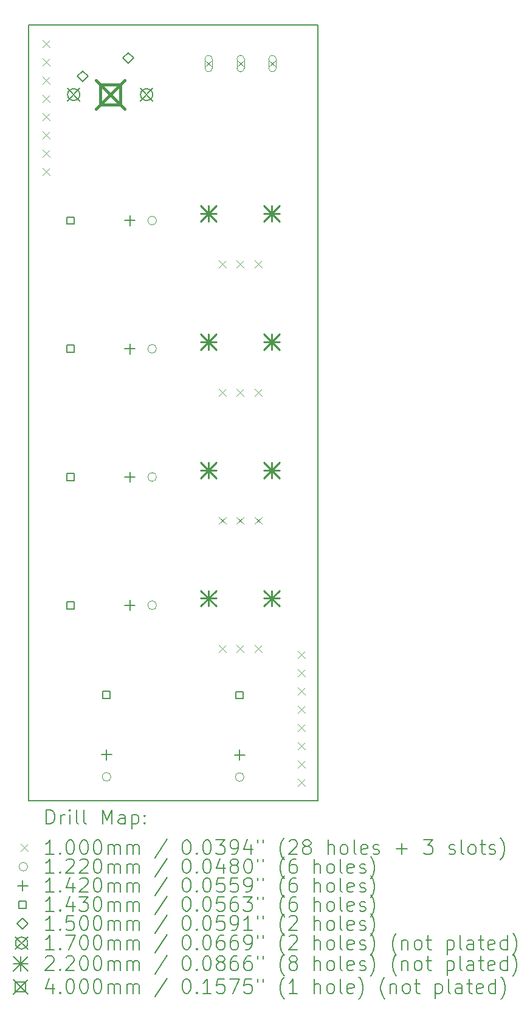
<source format=gbr>
%TF.GenerationSoftware,KiCad,Pcbnew,8.0.7*%
%TF.CreationDate,2025-02-18T18:38:39-05:00*%
%TF.ProjectId,bing-bong-pcb-control,62696e67-2d62-46f6-9e67-2d7063622d63,rev?*%
%TF.SameCoordinates,Original*%
%TF.FileFunction,Drillmap*%
%TF.FilePolarity,Positive*%
%FSLAX45Y45*%
G04 Gerber Fmt 4.5, Leading zero omitted, Abs format (unit mm)*
G04 Created by KiCad (PCBNEW 8.0.7) date 2025-02-18 18:38:39*
%MOMM*%
%LPD*%
G01*
G04 APERTURE LIST*
%ADD10C,0.200000*%
%ADD11C,0.100000*%
%ADD12C,0.122000*%
%ADD13C,0.142000*%
%ADD14C,0.143000*%
%ADD15C,0.150000*%
%ADD16C,0.170000*%
%ADD17C,0.220000*%
%ADD18C,0.400000*%
G04 APERTURE END LIST*
D10*
X12094700Y-4567000D02*
X16124700Y-4567000D01*
X16124700Y-15367000D01*
X12094700Y-15367000D01*
X12094700Y-4567000D01*
D11*
X12289320Y-4781120D02*
X12389320Y-4881120D01*
X12389320Y-4781120D02*
X12289320Y-4881120D01*
X12289320Y-5035120D02*
X12389320Y-5135120D01*
X12389320Y-5035120D02*
X12289320Y-5135120D01*
X12289320Y-5289120D02*
X12389320Y-5389120D01*
X12389320Y-5289120D02*
X12289320Y-5389120D01*
X12289320Y-5543120D02*
X12389320Y-5643120D01*
X12389320Y-5543120D02*
X12289320Y-5643120D01*
X12289320Y-5797120D02*
X12389320Y-5897120D01*
X12389320Y-5797120D02*
X12289320Y-5897120D01*
X12289320Y-6051120D02*
X12389320Y-6151120D01*
X12389320Y-6051120D02*
X12289320Y-6151120D01*
X12289320Y-6305120D02*
X12389320Y-6405120D01*
X12389320Y-6305120D02*
X12289320Y-6405120D01*
X12289320Y-6559120D02*
X12389320Y-6659120D01*
X12389320Y-6559120D02*
X12289320Y-6659120D01*
X14554000Y-5055400D02*
X14654000Y-5155400D01*
X14654000Y-5055400D02*
X14554000Y-5155400D01*
X14654000Y-5170400D02*
X14654000Y-5040400D01*
X14554000Y-5040400D02*
G75*
G02*
X14654000Y-5040400I50000J0D01*
G01*
X14554000Y-5040400D02*
X14554000Y-5170400D01*
X14554000Y-5170400D02*
G75*
G03*
X14654000Y-5170400I50000J0D01*
G01*
X14745000Y-7844800D02*
X14845000Y-7944800D01*
X14845000Y-7844800D02*
X14745000Y-7944800D01*
X14745000Y-9629067D02*
X14845000Y-9729067D01*
X14845000Y-9629067D02*
X14745000Y-9729067D01*
X14745000Y-11413333D02*
X14845000Y-11513333D01*
X14845000Y-11413333D02*
X14745000Y-11513333D01*
X14745000Y-13197600D02*
X14845000Y-13297600D01*
X14845000Y-13197600D02*
X14745000Y-13297600D01*
X14995000Y-7844800D02*
X15095000Y-7944800D01*
X15095000Y-7844800D02*
X14995000Y-7944800D01*
X14995000Y-9629067D02*
X15095000Y-9729067D01*
X15095000Y-9629067D02*
X14995000Y-9729067D01*
X14995000Y-11413333D02*
X15095000Y-11513333D01*
X15095000Y-11413333D02*
X14995000Y-11513333D01*
X14995000Y-13197600D02*
X15095000Y-13297600D01*
X15095000Y-13197600D02*
X14995000Y-13297600D01*
X14999000Y-5055400D02*
X15099000Y-5155400D01*
X15099000Y-5055400D02*
X14999000Y-5155400D01*
X15099000Y-5170400D02*
X15099000Y-5040400D01*
X14999000Y-5040400D02*
G75*
G02*
X15099000Y-5040400I50000J0D01*
G01*
X14999000Y-5040400D02*
X14999000Y-5170400D01*
X14999000Y-5170400D02*
G75*
G03*
X15099000Y-5170400I50000J0D01*
G01*
X15245000Y-7844800D02*
X15345000Y-7944800D01*
X15345000Y-7844800D02*
X15245000Y-7944800D01*
X15245000Y-9629067D02*
X15345000Y-9729067D01*
X15345000Y-9629067D02*
X15245000Y-9729067D01*
X15245000Y-11413333D02*
X15345000Y-11513333D01*
X15345000Y-11413333D02*
X15245000Y-11513333D01*
X15245000Y-13197600D02*
X15345000Y-13297600D01*
X15345000Y-13197600D02*
X15245000Y-13297600D01*
X15444000Y-5055400D02*
X15544000Y-5155400D01*
X15544000Y-5055400D02*
X15444000Y-5155400D01*
X15544000Y-5170400D02*
X15544000Y-5040400D01*
X15444000Y-5040400D02*
G75*
G02*
X15544000Y-5040400I50000J0D01*
G01*
X15444000Y-5040400D02*
X15444000Y-5170400D01*
X15444000Y-5170400D02*
G75*
G03*
X15544000Y-5170400I50000J0D01*
G01*
X15845320Y-13279960D02*
X15945320Y-13379960D01*
X15945320Y-13279960D02*
X15845320Y-13379960D01*
X15845320Y-13533960D02*
X15945320Y-13633960D01*
X15945320Y-13533960D02*
X15845320Y-13633960D01*
X15845320Y-13787960D02*
X15945320Y-13887960D01*
X15945320Y-13787960D02*
X15845320Y-13887960D01*
X15845320Y-14041960D02*
X15945320Y-14141960D01*
X15945320Y-14041960D02*
X15845320Y-14141960D01*
X15845320Y-14295960D02*
X15945320Y-14395960D01*
X15945320Y-14295960D02*
X15845320Y-14395960D01*
X15845320Y-14549960D02*
X15945320Y-14649960D01*
X15945320Y-14549960D02*
X15845320Y-14649960D01*
X15845320Y-14803960D02*
X15945320Y-14903960D01*
X15945320Y-14803960D02*
X15845320Y-14903960D01*
X15845320Y-15057960D02*
X15945320Y-15157960D01*
X15945320Y-15057960D02*
X15845320Y-15157960D01*
D12*
X13243600Y-15030600D02*
G75*
G02*
X13121600Y-15030600I-61000J0D01*
G01*
X13121600Y-15030600D02*
G75*
G02*
X13243600Y-15030600I61000J0D01*
G01*
X13878600Y-7289800D02*
G75*
G02*
X13756600Y-7289800I-61000J0D01*
G01*
X13756600Y-7289800D02*
G75*
G02*
X13878600Y-7289800I61000J0D01*
G01*
X13878600Y-9074067D02*
G75*
G02*
X13756600Y-9074067I-61000J0D01*
G01*
X13756600Y-9074067D02*
G75*
G02*
X13878600Y-9074067I61000J0D01*
G01*
X13878600Y-10858333D02*
G75*
G02*
X13756600Y-10858333I-61000J0D01*
G01*
X13756600Y-10858333D02*
G75*
G02*
X13878600Y-10858333I61000J0D01*
G01*
X13878600Y-12642600D02*
G75*
G02*
X13756600Y-12642600I-61000J0D01*
G01*
X13756600Y-12642600D02*
G75*
G02*
X13878600Y-12642600I61000J0D01*
G01*
X15097800Y-15033800D02*
G75*
G02*
X14975800Y-15033800I-61000J0D01*
G01*
X14975800Y-15033800D02*
G75*
G02*
X15097800Y-15033800I61000J0D01*
G01*
D13*
X13182600Y-14649600D02*
X13182600Y-14791600D01*
X13111600Y-14720600D02*
X13253600Y-14720600D01*
X13507600Y-7218800D02*
X13507600Y-7360800D01*
X13436600Y-7289800D02*
X13578600Y-7289800D01*
X13507600Y-9003067D02*
X13507600Y-9145067D01*
X13436600Y-9074067D02*
X13578600Y-9074067D01*
X13507600Y-10787333D02*
X13507600Y-10929333D01*
X13436600Y-10858333D02*
X13578600Y-10858333D01*
X13507600Y-12571600D02*
X13507600Y-12713600D01*
X13436600Y-12642600D02*
X13578600Y-12642600D01*
X15036800Y-14652800D02*
X15036800Y-14794800D01*
X14965800Y-14723800D02*
X15107800Y-14723800D01*
D14*
X12728159Y-7340359D02*
X12728159Y-7239241D01*
X12627041Y-7239241D01*
X12627041Y-7340359D01*
X12728159Y-7340359D01*
X12728159Y-9124625D02*
X12728159Y-9023508D01*
X12627041Y-9023508D01*
X12627041Y-9124625D01*
X12728159Y-9124625D01*
X12728159Y-10908892D02*
X12728159Y-10807775D01*
X12627041Y-10807775D01*
X12627041Y-10908892D01*
X12728159Y-10908892D01*
X12728159Y-12693159D02*
X12728159Y-12592041D01*
X12627041Y-12592041D01*
X12627041Y-12693159D01*
X12728159Y-12693159D01*
X13233159Y-13941159D02*
X13233159Y-13840041D01*
X13132041Y-13840041D01*
X13132041Y-13941159D01*
X13233159Y-13941159D01*
X15087359Y-13944359D02*
X15087359Y-13843241D01*
X14986241Y-13843241D01*
X14986241Y-13944359D01*
X15087359Y-13944359D01*
D15*
X12852400Y-5358200D02*
X12927400Y-5283200D01*
X12852400Y-5208200D01*
X12777400Y-5283200D01*
X12852400Y-5358200D01*
X13487400Y-5104200D02*
X13562400Y-5029200D01*
X13487400Y-4954200D01*
X13412400Y-5029200D01*
X13487400Y-5104200D01*
D16*
X12640400Y-5452200D02*
X12810400Y-5622200D01*
X12810400Y-5452200D02*
X12640400Y-5622200D01*
X12810400Y-5537200D02*
G75*
G02*
X12640400Y-5537200I-85000J0D01*
G01*
X12640400Y-5537200D02*
G75*
G02*
X12810400Y-5537200I85000J0D01*
G01*
X13656400Y-5452200D02*
X13826400Y-5622200D01*
X13826400Y-5452200D02*
X13656400Y-5622200D01*
X13826400Y-5537200D02*
G75*
G02*
X13656400Y-5537200I-85000J0D01*
G01*
X13656400Y-5537200D02*
G75*
G02*
X13826400Y-5537200I85000J0D01*
G01*
D17*
X14495000Y-7084800D02*
X14715000Y-7304800D01*
X14715000Y-7084800D02*
X14495000Y-7304800D01*
X14605000Y-7084800D02*
X14605000Y-7304800D01*
X14495000Y-7194800D02*
X14715000Y-7194800D01*
X14495000Y-8869067D02*
X14715000Y-9089067D01*
X14715000Y-8869067D02*
X14495000Y-9089067D01*
X14605000Y-8869067D02*
X14605000Y-9089067D01*
X14495000Y-8979067D02*
X14715000Y-8979067D01*
X14495000Y-10653333D02*
X14715000Y-10873333D01*
X14715000Y-10653333D02*
X14495000Y-10873333D01*
X14605000Y-10653333D02*
X14605000Y-10873333D01*
X14495000Y-10763333D02*
X14715000Y-10763333D01*
X14495000Y-12437600D02*
X14715000Y-12657600D01*
X14715000Y-12437600D02*
X14495000Y-12657600D01*
X14605000Y-12437600D02*
X14605000Y-12657600D01*
X14495000Y-12547600D02*
X14715000Y-12547600D01*
X15375000Y-7084800D02*
X15595000Y-7304800D01*
X15595000Y-7084800D02*
X15375000Y-7304800D01*
X15485000Y-7084800D02*
X15485000Y-7304800D01*
X15375000Y-7194800D02*
X15595000Y-7194800D01*
X15375000Y-8869067D02*
X15595000Y-9089067D01*
X15595000Y-8869067D02*
X15375000Y-9089067D01*
X15485000Y-8869067D02*
X15485000Y-9089067D01*
X15375000Y-8979067D02*
X15595000Y-8979067D01*
X15375000Y-10653333D02*
X15595000Y-10873333D01*
X15595000Y-10653333D02*
X15375000Y-10873333D01*
X15485000Y-10653333D02*
X15485000Y-10873333D01*
X15375000Y-10763333D02*
X15595000Y-10763333D01*
X15375000Y-12437600D02*
X15595000Y-12657600D01*
X15595000Y-12437600D02*
X15375000Y-12657600D01*
X15485000Y-12437600D02*
X15485000Y-12657600D01*
X15375000Y-12547600D02*
X15595000Y-12547600D01*
D18*
X13033400Y-5337200D02*
X13433400Y-5737200D01*
X13433400Y-5337200D02*
X13033400Y-5737200D01*
X13374823Y-5678623D02*
X13374823Y-5395777D01*
X13091977Y-5395777D01*
X13091977Y-5678623D01*
X13374823Y-5678623D01*
D10*
X12345477Y-15688484D02*
X12345477Y-15488484D01*
X12345477Y-15488484D02*
X12393096Y-15488484D01*
X12393096Y-15488484D02*
X12421667Y-15498008D01*
X12421667Y-15498008D02*
X12440715Y-15517055D01*
X12440715Y-15517055D02*
X12450239Y-15536103D01*
X12450239Y-15536103D02*
X12459762Y-15574198D01*
X12459762Y-15574198D02*
X12459762Y-15602769D01*
X12459762Y-15602769D02*
X12450239Y-15640865D01*
X12450239Y-15640865D02*
X12440715Y-15659912D01*
X12440715Y-15659912D02*
X12421667Y-15678960D01*
X12421667Y-15678960D02*
X12393096Y-15688484D01*
X12393096Y-15688484D02*
X12345477Y-15688484D01*
X12545477Y-15688484D02*
X12545477Y-15555150D01*
X12545477Y-15593246D02*
X12555001Y-15574198D01*
X12555001Y-15574198D02*
X12564524Y-15564674D01*
X12564524Y-15564674D02*
X12583572Y-15555150D01*
X12583572Y-15555150D02*
X12602620Y-15555150D01*
X12669286Y-15688484D02*
X12669286Y-15555150D01*
X12669286Y-15488484D02*
X12659762Y-15498008D01*
X12659762Y-15498008D02*
X12669286Y-15507531D01*
X12669286Y-15507531D02*
X12678810Y-15498008D01*
X12678810Y-15498008D02*
X12669286Y-15488484D01*
X12669286Y-15488484D02*
X12669286Y-15507531D01*
X12793096Y-15688484D02*
X12774048Y-15678960D01*
X12774048Y-15678960D02*
X12764524Y-15659912D01*
X12764524Y-15659912D02*
X12764524Y-15488484D01*
X12897858Y-15688484D02*
X12878810Y-15678960D01*
X12878810Y-15678960D02*
X12869286Y-15659912D01*
X12869286Y-15659912D02*
X12869286Y-15488484D01*
X13126429Y-15688484D02*
X13126429Y-15488484D01*
X13126429Y-15488484D02*
X13193096Y-15631341D01*
X13193096Y-15631341D02*
X13259762Y-15488484D01*
X13259762Y-15488484D02*
X13259762Y-15688484D01*
X13440715Y-15688484D02*
X13440715Y-15583722D01*
X13440715Y-15583722D02*
X13431191Y-15564674D01*
X13431191Y-15564674D02*
X13412143Y-15555150D01*
X13412143Y-15555150D02*
X13374048Y-15555150D01*
X13374048Y-15555150D02*
X13355001Y-15564674D01*
X13440715Y-15678960D02*
X13421667Y-15688484D01*
X13421667Y-15688484D02*
X13374048Y-15688484D01*
X13374048Y-15688484D02*
X13355001Y-15678960D01*
X13355001Y-15678960D02*
X13345477Y-15659912D01*
X13345477Y-15659912D02*
X13345477Y-15640865D01*
X13345477Y-15640865D02*
X13355001Y-15621817D01*
X13355001Y-15621817D02*
X13374048Y-15612293D01*
X13374048Y-15612293D02*
X13421667Y-15612293D01*
X13421667Y-15612293D02*
X13440715Y-15602769D01*
X13535953Y-15555150D02*
X13535953Y-15755150D01*
X13535953Y-15564674D02*
X13555001Y-15555150D01*
X13555001Y-15555150D02*
X13593096Y-15555150D01*
X13593096Y-15555150D02*
X13612143Y-15564674D01*
X13612143Y-15564674D02*
X13621667Y-15574198D01*
X13621667Y-15574198D02*
X13631191Y-15593246D01*
X13631191Y-15593246D02*
X13631191Y-15650388D01*
X13631191Y-15650388D02*
X13621667Y-15669436D01*
X13621667Y-15669436D02*
X13612143Y-15678960D01*
X13612143Y-15678960D02*
X13593096Y-15688484D01*
X13593096Y-15688484D02*
X13555001Y-15688484D01*
X13555001Y-15688484D02*
X13535953Y-15678960D01*
X13716905Y-15669436D02*
X13726429Y-15678960D01*
X13726429Y-15678960D02*
X13716905Y-15688484D01*
X13716905Y-15688484D02*
X13707382Y-15678960D01*
X13707382Y-15678960D02*
X13716905Y-15669436D01*
X13716905Y-15669436D02*
X13716905Y-15688484D01*
X13716905Y-15564674D02*
X13726429Y-15574198D01*
X13726429Y-15574198D02*
X13716905Y-15583722D01*
X13716905Y-15583722D02*
X13707382Y-15574198D01*
X13707382Y-15574198D02*
X13716905Y-15564674D01*
X13716905Y-15564674D02*
X13716905Y-15583722D01*
D11*
X11984700Y-15967000D02*
X12084700Y-16067000D01*
X12084700Y-15967000D02*
X11984700Y-16067000D01*
D10*
X12450239Y-16108484D02*
X12335953Y-16108484D01*
X12393096Y-16108484D02*
X12393096Y-15908484D01*
X12393096Y-15908484D02*
X12374048Y-15937055D01*
X12374048Y-15937055D02*
X12355001Y-15956103D01*
X12355001Y-15956103D02*
X12335953Y-15965627D01*
X12535953Y-16089436D02*
X12545477Y-16098960D01*
X12545477Y-16098960D02*
X12535953Y-16108484D01*
X12535953Y-16108484D02*
X12526429Y-16098960D01*
X12526429Y-16098960D02*
X12535953Y-16089436D01*
X12535953Y-16089436D02*
X12535953Y-16108484D01*
X12669286Y-15908484D02*
X12688334Y-15908484D01*
X12688334Y-15908484D02*
X12707382Y-15918008D01*
X12707382Y-15918008D02*
X12716905Y-15927531D01*
X12716905Y-15927531D02*
X12726429Y-15946579D01*
X12726429Y-15946579D02*
X12735953Y-15984674D01*
X12735953Y-15984674D02*
X12735953Y-16032293D01*
X12735953Y-16032293D02*
X12726429Y-16070388D01*
X12726429Y-16070388D02*
X12716905Y-16089436D01*
X12716905Y-16089436D02*
X12707382Y-16098960D01*
X12707382Y-16098960D02*
X12688334Y-16108484D01*
X12688334Y-16108484D02*
X12669286Y-16108484D01*
X12669286Y-16108484D02*
X12650239Y-16098960D01*
X12650239Y-16098960D02*
X12640715Y-16089436D01*
X12640715Y-16089436D02*
X12631191Y-16070388D01*
X12631191Y-16070388D02*
X12621667Y-16032293D01*
X12621667Y-16032293D02*
X12621667Y-15984674D01*
X12621667Y-15984674D02*
X12631191Y-15946579D01*
X12631191Y-15946579D02*
X12640715Y-15927531D01*
X12640715Y-15927531D02*
X12650239Y-15918008D01*
X12650239Y-15918008D02*
X12669286Y-15908484D01*
X12859762Y-15908484D02*
X12878810Y-15908484D01*
X12878810Y-15908484D02*
X12897858Y-15918008D01*
X12897858Y-15918008D02*
X12907382Y-15927531D01*
X12907382Y-15927531D02*
X12916905Y-15946579D01*
X12916905Y-15946579D02*
X12926429Y-15984674D01*
X12926429Y-15984674D02*
X12926429Y-16032293D01*
X12926429Y-16032293D02*
X12916905Y-16070388D01*
X12916905Y-16070388D02*
X12907382Y-16089436D01*
X12907382Y-16089436D02*
X12897858Y-16098960D01*
X12897858Y-16098960D02*
X12878810Y-16108484D01*
X12878810Y-16108484D02*
X12859762Y-16108484D01*
X12859762Y-16108484D02*
X12840715Y-16098960D01*
X12840715Y-16098960D02*
X12831191Y-16089436D01*
X12831191Y-16089436D02*
X12821667Y-16070388D01*
X12821667Y-16070388D02*
X12812143Y-16032293D01*
X12812143Y-16032293D02*
X12812143Y-15984674D01*
X12812143Y-15984674D02*
X12821667Y-15946579D01*
X12821667Y-15946579D02*
X12831191Y-15927531D01*
X12831191Y-15927531D02*
X12840715Y-15918008D01*
X12840715Y-15918008D02*
X12859762Y-15908484D01*
X13050239Y-15908484D02*
X13069286Y-15908484D01*
X13069286Y-15908484D02*
X13088334Y-15918008D01*
X13088334Y-15918008D02*
X13097858Y-15927531D01*
X13097858Y-15927531D02*
X13107382Y-15946579D01*
X13107382Y-15946579D02*
X13116905Y-15984674D01*
X13116905Y-15984674D02*
X13116905Y-16032293D01*
X13116905Y-16032293D02*
X13107382Y-16070388D01*
X13107382Y-16070388D02*
X13097858Y-16089436D01*
X13097858Y-16089436D02*
X13088334Y-16098960D01*
X13088334Y-16098960D02*
X13069286Y-16108484D01*
X13069286Y-16108484D02*
X13050239Y-16108484D01*
X13050239Y-16108484D02*
X13031191Y-16098960D01*
X13031191Y-16098960D02*
X13021667Y-16089436D01*
X13021667Y-16089436D02*
X13012143Y-16070388D01*
X13012143Y-16070388D02*
X13002620Y-16032293D01*
X13002620Y-16032293D02*
X13002620Y-15984674D01*
X13002620Y-15984674D02*
X13012143Y-15946579D01*
X13012143Y-15946579D02*
X13021667Y-15927531D01*
X13021667Y-15927531D02*
X13031191Y-15918008D01*
X13031191Y-15918008D02*
X13050239Y-15908484D01*
X13202620Y-16108484D02*
X13202620Y-15975150D01*
X13202620Y-15994198D02*
X13212143Y-15984674D01*
X13212143Y-15984674D02*
X13231191Y-15975150D01*
X13231191Y-15975150D02*
X13259763Y-15975150D01*
X13259763Y-15975150D02*
X13278810Y-15984674D01*
X13278810Y-15984674D02*
X13288334Y-16003722D01*
X13288334Y-16003722D02*
X13288334Y-16108484D01*
X13288334Y-16003722D02*
X13297858Y-15984674D01*
X13297858Y-15984674D02*
X13316905Y-15975150D01*
X13316905Y-15975150D02*
X13345477Y-15975150D01*
X13345477Y-15975150D02*
X13364524Y-15984674D01*
X13364524Y-15984674D02*
X13374048Y-16003722D01*
X13374048Y-16003722D02*
X13374048Y-16108484D01*
X13469286Y-16108484D02*
X13469286Y-15975150D01*
X13469286Y-15994198D02*
X13478810Y-15984674D01*
X13478810Y-15984674D02*
X13497858Y-15975150D01*
X13497858Y-15975150D02*
X13526429Y-15975150D01*
X13526429Y-15975150D02*
X13545477Y-15984674D01*
X13545477Y-15984674D02*
X13555001Y-16003722D01*
X13555001Y-16003722D02*
X13555001Y-16108484D01*
X13555001Y-16003722D02*
X13564524Y-15984674D01*
X13564524Y-15984674D02*
X13583572Y-15975150D01*
X13583572Y-15975150D02*
X13612143Y-15975150D01*
X13612143Y-15975150D02*
X13631191Y-15984674D01*
X13631191Y-15984674D02*
X13640715Y-16003722D01*
X13640715Y-16003722D02*
X13640715Y-16108484D01*
X14031191Y-15898960D02*
X13859763Y-16156103D01*
X14288334Y-15908484D02*
X14307382Y-15908484D01*
X14307382Y-15908484D02*
X14326429Y-15918008D01*
X14326429Y-15918008D02*
X14335953Y-15927531D01*
X14335953Y-15927531D02*
X14345477Y-15946579D01*
X14345477Y-15946579D02*
X14355001Y-15984674D01*
X14355001Y-15984674D02*
X14355001Y-16032293D01*
X14355001Y-16032293D02*
X14345477Y-16070388D01*
X14345477Y-16070388D02*
X14335953Y-16089436D01*
X14335953Y-16089436D02*
X14326429Y-16098960D01*
X14326429Y-16098960D02*
X14307382Y-16108484D01*
X14307382Y-16108484D02*
X14288334Y-16108484D01*
X14288334Y-16108484D02*
X14269286Y-16098960D01*
X14269286Y-16098960D02*
X14259763Y-16089436D01*
X14259763Y-16089436D02*
X14250239Y-16070388D01*
X14250239Y-16070388D02*
X14240715Y-16032293D01*
X14240715Y-16032293D02*
X14240715Y-15984674D01*
X14240715Y-15984674D02*
X14250239Y-15946579D01*
X14250239Y-15946579D02*
X14259763Y-15927531D01*
X14259763Y-15927531D02*
X14269286Y-15918008D01*
X14269286Y-15918008D02*
X14288334Y-15908484D01*
X14440715Y-16089436D02*
X14450239Y-16098960D01*
X14450239Y-16098960D02*
X14440715Y-16108484D01*
X14440715Y-16108484D02*
X14431191Y-16098960D01*
X14431191Y-16098960D02*
X14440715Y-16089436D01*
X14440715Y-16089436D02*
X14440715Y-16108484D01*
X14574048Y-15908484D02*
X14593096Y-15908484D01*
X14593096Y-15908484D02*
X14612144Y-15918008D01*
X14612144Y-15918008D02*
X14621667Y-15927531D01*
X14621667Y-15927531D02*
X14631191Y-15946579D01*
X14631191Y-15946579D02*
X14640715Y-15984674D01*
X14640715Y-15984674D02*
X14640715Y-16032293D01*
X14640715Y-16032293D02*
X14631191Y-16070388D01*
X14631191Y-16070388D02*
X14621667Y-16089436D01*
X14621667Y-16089436D02*
X14612144Y-16098960D01*
X14612144Y-16098960D02*
X14593096Y-16108484D01*
X14593096Y-16108484D02*
X14574048Y-16108484D01*
X14574048Y-16108484D02*
X14555001Y-16098960D01*
X14555001Y-16098960D02*
X14545477Y-16089436D01*
X14545477Y-16089436D02*
X14535953Y-16070388D01*
X14535953Y-16070388D02*
X14526429Y-16032293D01*
X14526429Y-16032293D02*
X14526429Y-15984674D01*
X14526429Y-15984674D02*
X14535953Y-15946579D01*
X14535953Y-15946579D02*
X14545477Y-15927531D01*
X14545477Y-15927531D02*
X14555001Y-15918008D01*
X14555001Y-15918008D02*
X14574048Y-15908484D01*
X14707382Y-15908484D02*
X14831191Y-15908484D01*
X14831191Y-15908484D02*
X14764525Y-15984674D01*
X14764525Y-15984674D02*
X14793096Y-15984674D01*
X14793096Y-15984674D02*
X14812144Y-15994198D01*
X14812144Y-15994198D02*
X14821667Y-16003722D01*
X14821667Y-16003722D02*
X14831191Y-16022769D01*
X14831191Y-16022769D02*
X14831191Y-16070388D01*
X14831191Y-16070388D02*
X14821667Y-16089436D01*
X14821667Y-16089436D02*
X14812144Y-16098960D01*
X14812144Y-16098960D02*
X14793096Y-16108484D01*
X14793096Y-16108484D02*
X14735953Y-16108484D01*
X14735953Y-16108484D02*
X14716906Y-16098960D01*
X14716906Y-16098960D02*
X14707382Y-16089436D01*
X14926429Y-16108484D02*
X14964525Y-16108484D01*
X14964525Y-16108484D02*
X14983572Y-16098960D01*
X14983572Y-16098960D02*
X14993096Y-16089436D01*
X14993096Y-16089436D02*
X15012144Y-16060865D01*
X15012144Y-16060865D02*
X15021667Y-16022769D01*
X15021667Y-16022769D02*
X15021667Y-15946579D01*
X15021667Y-15946579D02*
X15012144Y-15927531D01*
X15012144Y-15927531D02*
X15002620Y-15918008D01*
X15002620Y-15918008D02*
X14983572Y-15908484D01*
X14983572Y-15908484D02*
X14945477Y-15908484D01*
X14945477Y-15908484D02*
X14926429Y-15918008D01*
X14926429Y-15918008D02*
X14916906Y-15927531D01*
X14916906Y-15927531D02*
X14907382Y-15946579D01*
X14907382Y-15946579D02*
X14907382Y-15994198D01*
X14907382Y-15994198D02*
X14916906Y-16013246D01*
X14916906Y-16013246D02*
X14926429Y-16022769D01*
X14926429Y-16022769D02*
X14945477Y-16032293D01*
X14945477Y-16032293D02*
X14983572Y-16032293D01*
X14983572Y-16032293D02*
X15002620Y-16022769D01*
X15002620Y-16022769D02*
X15012144Y-16013246D01*
X15012144Y-16013246D02*
X15021667Y-15994198D01*
X15193096Y-15975150D02*
X15193096Y-16108484D01*
X15145477Y-15898960D02*
X15097858Y-16041817D01*
X15097858Y-16041817D02*
X15221667Y-16041817D01*
X15288334Y-15908484D02*
X15288334Y-15946579D01*
X15364525Y-15908484D02*
X15364525Y-15946579D01*
X15659763Y-16184674D02*
X15650239Y-16175150D01*
X15650239Y-16175150D02*
X15631191Y-16146579D01*
X15631191Y-16146579D02*
X15621668Y-16127531D01*
X15621668Y-16127531D02*
X15612144Y-16098960D01*
X15612144Y-16098960D02*
X15602620Y-16051341D01*
X15602620Y-16051341D02*
X15602620Y-16013246D01*
X15602620Y-16013246D02*
X15612144Y-15965627D01*
X15612144Y-15965627D02*
X15621668Y-15937055D01*
X15621668Y-15937055D02*
X15631191Y-15918008D01*
X15631191Y-15918008D02*
X15650239Y-15889436D01*
X15650239Y-15889436D02*
X15659763Y-15879912D01*
X15726429Y-15927531D02*
X15735953Y-15918008D01*
X15735953Y-15918008D02*
X15755001Y-15908484D01*
X15755001Y-15908484D02*
X15802620Y-15908484D01*
X15802620Y-15908484D02*
X15821668Y-15918008D01*
X15821668Y-15918008D02*
X15831191Y-15927531D01*
X15831191Y-15927531D02*
X15840715Y-15946579D01*
X15840715Y-15946579D02*
X15840715Y-15965627D01*
X15840715Y-15965627D02*
X15831191Y-15994198D01*
X15831191Y-15994198D02*
X15716906Y-16108484D01*
X15716906Y-16108484D02*
X15840715Y-16108484D01*
X15955001Y-15994198D02*
X15935953Y-15984674D01*
X15935953Y-15984674D02*
X15926429Y-15975150D01*
X15926429Y-15975150D02*
X15916906Y-15956103D01*
X15916906Y-15956103D02*
X15916906Y-15946579D01*
X15916906Y-15946579D02*
X15926429Y-15927531D01*
X15926429Y-15927531D02*
X15935953Y-15918008D01*
X15935953Y-15918008D02*
X15955001Y-15908484D01*
X15955001Y-15908484D02*
X15993096Y-15908484D01*
X15993096Y-15908484D02*
X16012144Y-15918008D01*
X16012144Y-15918008D02*
X16021668Y-15927531D01*
X16021668Y-15927531D02*
X16031191Y-15946579D01*
X16031191Y-15946579D02*
X16031191Y-15956103D01*
X16031191Y-15956103D02*
X16021668Y-15975150D01*
X16021668Y-15975150D02*
X16012144Y-15984674D01*
X16012144Y-15984674D02*
X15993096Y-15994198D01*
X15993096Y-15994198D02*
X15955001Y-15994198D01*
X15955001Y-15994198D02*
X15935953Y-16003722D01*
X15935953Y-16003722D02*
X15926429Y-16013246D01*
X15926429Y-16013246D02*
X15916906Y-16032293D01*
X15916906Y-16032293D02*
X15916906Y-16070388D01*
X15916906Y-16070388D02*
X15926429Y-16089436D01*
X15926429Y-16089436D02*
X15935953Y-16098960D01*
X15935953Y-16098960D02*
X15955001Y-16108484D01*
X15955001Y-16108484D02*
X15993096Y-16108484D01*
X15993096Y-16108484D02*
X16012144Y-16098960D01*
X16012144Y-16098960D02*
X16021668Y-16089436D01*
X16021668Y-16089436D02*
X16031191Y-16070388D01*
X16031191Y-16070388D02*
X16031191Y-16032293D01*
X16031191Y-16032293D02*
X16021668Y-16013246D01*
X16021668Y-16013246D02*
X16012144Y-16003722D01*
X16012144Y-16003722D02*
X15993096Y-15994198D01*
X16269287Y-16108484D02*
X16269287Y-15908484D01*
X16355001Y-16108484D02*
X16355001Y-16003722D01*
X16355001Y-16003722D02*
X16345477Y-15984674D01*
X16345477Y-15984674D02*
X16326430Y-15975150D01*
X16326430Y-15975150D02*
X16297858Y-15975150D01*
X16297858Y-15975150D02*
X16278810Y-15984674D01*
X16278810Y-15984674D02*
X16269287Y-15994198D01*
X16478810Y-16108484D02*
X16459763Y-16098960D01*
X16459763Y-16098960D02*
X16450239Y-16089436D01*
X16450239Y-16089436D02*
X16440715Y-16070388D01*
X16440715Y-16070388D02*
X16440715Y-16013246D01*
X16440715Y-16013246D02*
X16450239Y-15994198D01*
X16450239Y-15994198D02*
X16459763Y-15984674D01*
X16459763Y-15984674D02*
X16478810Y-15975150D01*
X16478810Y-15975150D02*
X16507382Y-15975150D01*
X16507382Y-15975150D02*
X16526430Y-15984674D01*
X16526430Y-15984674D02*
X16535953Y-15994198D01*
X16535953Y-15994198D02*
X16545477Y-16013246D01*
X16545477Y-16013246D02*
X16545477Y-16070388D01*
X16545477Y-16070388D02*
X16535953Y-16089436D01*
X16535953Y-16089436D02*
X16526430Y-16098960D01*
X16526430Y-16098960D02*
X16507382Y-16108484D01*
X16507382Y-16108484D02*
X16478810Y-16108484D01*
X16659763Y-16108484D02*
X16640715Y-16098960D01*
X16640715Y-16098960D02*
X16631191Y-16079912D01*
X16631191Y-16079912D02*
X16631191Y-15908484D01*
X16812144Y-16098960D02*
X16793096Y-16108484D01*
X16793096Y-16108484D02*
X16755001Y-16108484D01*
X16755001Y-16108484D02*
X16735953Y-16098960D01*
X16735953Y-16098960D02*
X16726430Y-16079912D01*
X16726430Y-16079912D02*
X16726430Y-16003722D01*
X16726430Y-16003722D02*
X16735953Y-15984674D01*
X16735953Y-15984674D02*
X16755001Y-15975150D01*
X16755001Y-15975150D02*
X16793096Y-15975150D01*
X16793096Y-15975150D02*
X16812144Y-15984674D01*
X16812144Y-15984674D02*
X16821668Y-16003722D01*
X16821668Y-16003722D02*
X16821668Y-16022769D01*
X16821668Y-16022769D02*
X16726430Y-16041817D01*
X16897858Y-16098960D02*
X16916906Y-16108484D01*
X16916906Y-16108484D02*
X16955001Y-16108484D01*
X16955001Y-16108484D02*
X16974049Y-16098960D01*
X16974049Y-16098960D02*
X16983573Y-16079912D01*
X16983573Y-16079912D02*
X16983573Y-16070388D01*
X16983573Y-16070388D02*
X16974049Y-16051341D01*
X16974049Y-16051341D02*
X16955001Y-16041817D01*
X16955001Y-16041817D02*
X16926430Y-16041817D01*
X16926430Y-16041817D02*
X16907382Y-16032293D01*
X16907382Y-16032293D02*
X16897858Y-16013246D01*
X16897858Y-16013246D02*
X16897858Y-16003722D01*
X16897858Y-16003722D02*
X16907382Y-15984674D01*
X16907382Y-15984674D02*
X16926430Y-15975150D01*
X16926430Y-15975150D02*
X16955001Y-15975150D01*
X16955001Y-15975150D02*
X16974049Y-15984674D01*
X17221668Y-16032293D02*
X17374049Y-16032293D01*
X17297858Y-16108484D02*
X17297858Y-15956103D01*
X17602620Y-15908484D02*
X17726430Y-15908484D01*
X17726430Y-15908484D02*
X17659763Y-15984674D01*
X17659763Y-15984674D02*
X17688335Y-15984674D01*
X17688335Y-15984674D02*
X17707382Y-15994198D01*
X17707382Y-15994198D02*
X17716906Y-16003722D01*
X17716906Y-16003722D02*
X17726430Y-16022769D01*
X17726430Y-16022769D02*
X17726430Y-16070388D01*
X17726430Y-16070388D02*
X17716906Y-16089436D01*
X17716906Y-16089436D02*
X17707382Y-16098960D01*
X17707382Y-16098960D02*
X17688335Y-16108484D01*
X17688335Y-16108484D02*
X17631192Y-16108484D01*
X17631192Y-16108484D02*
X17612144Y-16098960D01*
X17612144Y-16098960D02*
X17602620Y-16089436D01*
X17955001Y-16098960D02*
X17974049Y-16108484D01*
X17974049Y-16108484D02*
X18012144Y-16108484D01*
X18012144Y-16108484D02*
X18031192Y-16098960D01*
X18031192Y-16098960D02*
X18040716Y-16079912D01*
X18040716Y-16079912D02*
X18040716Y-16070388D01*
X18040716Y-16070388D02*
X18031192Y-16051341D01*
X18031192Y-16051341D02*
X18012144Y-16041817D01*
X18012144Y-16041817D02*
X17983573Y-16041817D01*
X17983573Y-16041817D02*
X17964525Y-16032293D01*
X17964525Y-16032293D02*
X17955001Y-16013246D01*
X17955001Y-16013246D02*
X17955001Y-16003722D01*
X17955001Y-16003722D02*
X17964525Y-15984674D01*
X17964525Y-15984674D02*
X17983573Y-15975150D01*
X17983573Y-15975150D02*
X18012144Y-15975150D01*
X18012144Y-15975150D02*
X18031192Y-15984674D01*
X18155001Y-16108484D02*
X18135954Y-16098960D01*
X18135954Y-16098960D02*
X18126430Y-16079912D01*
X18126430Y-16079912D02*
X18126430Y-15908484D01*
X18259763Y-16108484D02*
X18240716Y-16098960D01*
X18240716Y-16098960D02*
X18231192Y-16089436D01*
X18231192Y-16089436D02*
X18221668Y-16070388D01*
X18221668Y-16070388D02*
X18221668Y-16013246D01*
X18221668Y-16013246D02*
X18231192Y-15994198D01*
X18231192Y-15994198D02*
X18240716Y-15984674D01*
X18240716Y-15984674D02*
X18259763Y-15975150D01*
X18259763Y-15975150D02*
X18288335Y-15975150D01*
X18288335Y-15975150D02*
X18307382Y-15984674D01*
X18307382Y-15984674D02*
X18316906Y-15994198D01*
X18316906Y-15994198D02*
X18326430Y-16013246D01*
X18326430Y-16013246D02*
X18326430Y-16070388D01*
X18326430Y-16070388D02*
X18316906Y-16089436D01*
X18316906Y-16089436D02*
X18307382Y-16098960D01*
X18307382Y-16098960D02*
X18288335Y-16108484D01*
X18288335Y-16108484D02*
X18259763Y-16108484D01*
X18383573Y-15975150D02*
X18459763Y-15975150D01*
X18412144Y-15908484D02*
X18412144Y-16079912D01*
X18412144Y-16079912D02*
X18421668Y-16098960D01*
X18421668Y-16098960D02*
X18440716Y-16108484D01*
X18440716Y-16108484D02*
X18459763Y-16108484D01*
X18516906Y-16098960D02*
X18535954Y-16108484D01*
X18535954Y-16108484D02*
X18574049Y-16108484D01*
X18574049Y-16108484D02*
X18593097Y-16098960D01*
X18593097Y-16098960D02*
X18602620Y-16079912D01*
X18602620Y-16079912D02*
X18602620Y-16070388D01*
X18602620Y-16070388D02*
X18593097Y-16051341D01*
X18593097Y-16051341D02*
X18574049Y-16041817D01*
X18574049Y-16041817D02*
X18545477Y-16041817D01*
X18545477Y-16041817D02*
X18526430Y-16032293D01*
X18526430Y-16032293D02*
X18516906Y-16013246D01*
X18516906Y-16013246D02*
X18516906Y-16003722D01*
X18516906Y-16003722D02*
X18526430Y-15984674D01*
X18526430Y-15984674D02*
X18545477Y-15975150D01*
X18545477Y-15975150D02*
X18574049Y-15975150D01*
X18574049Y-15975150D02*
X18593097Y-15984674D01*
X18669287Y-16184674D02*
X18678811Y-16175150D01*
X18678811Y-16175150D02*
X18697858Y-16146579D01*
X18697858Y-16146579D02*
X18707382Y-16127531D01*
X18707382Y-16127531D02*
X18716906Y-16098960D01*
X18716906Y-16098960D02*
X18726430Y-16051341D01*
X18726430Y-16051341D02*
X18726430Y-16013246D01*
X18726430Y-16013246D02*
X18716906Y-15965627D01*
X18716906Y-15965627D02*
X18707382Y-15937055D01*
X18707382Y-15937055D02*
X18697858Y-15918008D01*
X18697858Y-15918008D02*
X18678811Y-15889436D01*
X18678811Y-15889436D02*
X18669287Y-15879912D01*
D12*
X12084700Y-16281000D02*
G75*
G02*
X11962700Y-16281000I-61000J0D01*
G01*
X11962700Y-16281000D02*
G75*
G02*
X12084700Y-16281000I61000J0D01*
G01*
D10*
X12450239Y-16372484D02*
X12335953Y-16372484D01*
X12393096Y-16372484D02*
X12393096Y-16172484D01*
X12393096Y-16172484D02*
X12374048Y-16201055D01*
X12374048Y-16201055D02*
X12355001Y-16220103D01*
X12355001Y-16220103D02*
X12335953Y-16229627D01*
X12535953Y-16353436D02*
X12545477Y-16362960D01*
X12545477Y-16362960D02*
X12535953Y-16372484D01*
X12535953Y-16372484D02*
X12526429Y-16362960D01*
X12526429Y-16362960D02*
X12535953Y-16353436D01*
X12535953Y-16353436D02*
X12535953Y-16372484D01*
X12621667Y-16191531D02*
X12631191Y-16182008D01*
X12631191Y-16182008D02*
X12650239Y-16172484D01*
X12650239Y-16172484D02*
X12697858Y-16172484D01*
X12697858Y-16172484D02*
X12716905Y-16182008D01*
X12716905Y-16182008D02*
X12726429Y-16191531D01*
X12726429Y-16191531D02*
X12735953Y-16210579D01*
X12735953Y-16210579D02*
X12735953Y-16229627D01*
X12735953Y-16229627D02*
X12726429Y-16258198D01*
X12726429Y-16258198D02*
X12612143Y-16372484D01*
X12612143Y-16372484D02*
X12735953Y-16372484D01*
X12812143Y-16191531D02*
X12821667Y-16182008D01*
X12821667Y-16182008D02*
X12840715Y-16172484D01*
X12840715Y-16172484D02*
X12888334Y-16172484D01*
X12888334Y-16172484D02*
X12907382Y-16182008D01*
X12907382Y-16182008D02*
X12916905Y-16191531D01*
X12916905Y-16191531D02*
X12926429Y-16210579D01*
X12926429Y-16210579D02*
X12926429Y-16229627D01*
X12926429Y-16229627D02*
X12916905Y-16258198D01*
X12916905Y-16258198D02*
X12802620Y-16372484D01*
X12802620Y-16372484D02*
X12926429Y-16372484D01*
X13050239Y-16172484D02*
X13069286Y-16172484D01*
X13069286Y-16172484D02*
X13088334Y-16182008D01*
X13088334Y-16182008D02*
X13097858Y-16191531D01*
X13097858Y-16191531D02*
X13107382Y-16210579D01*
X13107382Y-16210579D02*
X13116905Y-16248674D01*
X13116905Y-16248674D02*
X13116905Y-16296293D01*
X13116905Y-16296293D02*
X13107382Y-16334388D01*
X13107382Y-16334388D02*
X13097858Y-16353436D01*
X13097858Y-16353436D02*
X13088334Y-16362960D01*
X13088334Y-16362960D02*
X13069286Y-16372484D01*
X13069286Y-16372484D02*
X13050239Y-16372484D01*
X13050239Y-16372484D02*
X13031191Y-16362960D01*
X13031191Y-16362960D02*
X13021667Y-16353436D01*
X13021667Y-16353436D02*
X13012143Y-16334388D01*
X13012143Y-16334388D02*
X13002620Y-16296293D01*
X13002620Y-16296293D02*
X13002620Y-16248674D01*
X13002620Y-16248674D02*
X13012143Y-16210579D01*
X13012143Y-16210579D02*
X13021667Y-16191531D01*
X13021667Y-16191531D02*
X13031191Y-16182008D01*
X13031191Y-16182008D02*
X13050239Y-16172484D01*
X13202620Y-16372484D02*
X13202620Y-16239150D01*
X13202620Y-16258198D02*
X13212143Y-16248674D01*
X13212143Y-16248674D02*
X13231191Y-16239150D01*
X13231191Y-16239150D02*
X13259763Y-16239150D01*
X13259763Y-16239150D02*
X13278810Y-16248674D01*
X13278810Y-16248674D02*
X13288334Y-16267722D01*
X13288334Y-16267722D02*
X13288334Y-16372484D01*
X13288334Y-16267722D02*
X13297858Y-16248674D01*
X13297858Y-16248674D02*
X13316905Y-16239150D01*
X13316905Y-16239150D02*
X13345477Y-16239150D01*
X13345477Y-16239150D02*
X13364524Y-16248674D01*
X13364524Y-16248674D02*
X13374048Y-16267722D01*
X13374048Y-16267722D02*
X13374048Y-16372484D01*
X13469286Y-16372484D02*
X13469286Y-16239150D01*
X13469286Y-16258198D02*
X13478810Y-16248674D01*
X13478810Y-16248674D02*
X13497858Y-16239150D01*
X13497858Y-16239150D02*
X13526429Y-16239150D01*
X13526429Y-16239150D02*
X13545477Y-16248674D01*
X13545477Y-16248674D02*
X13555001Y-16267722D01*
X13555001Y-16267722D02*
X13555001Y-16372484D01*
X13555001Y-16267722D02*
X13564524Y-16248674D01*
X13564524Y-16248674D02*
X13583572Y-16239150D01*
X13583572Y-16239150D02*
X13612143Y-16239150D01*
X13612143Y-16239150D02*
X13631191Y-16248674D01*
X13631191Y-16248674D02*
X13640715Y-16267722D01*
X13640715Y-16267722D02*
X13640715Y-16372484D01*
X14031191Y-16162960D02*
X13859763Y-16420103D01*
X14288334Y-16172484D02*
X14307382Y-16172484D01*
X14307382Y-16172484D02*
X14326429Y-16182008D01*
X14326429Y-16182008D02*
X14335953Y-16191531D01*
X14335953Y-16191531D02*
X14345477Y-16210579D01*
X14345477Y-16210579D02*
X14355001Y-16248674D01*
X14355001Y-16248674D02*
X14355001Y-16296293D01*
X14355001Y-16296293D02*
X14345477Y-16334388D01*
X14345477Y-16334388D02*
X14335953Y-16353436D01*
X14335953Y-16353436D02*
X14326429Y-16362960D01*
X14326429Y-16362960D02*
X14307382Y-16372484D01*
X14307382Y-16372484D02*
X14288334Y-16372484D01*
X14288334Y-16372484D02*
X14269286Y-16362960D01*
X14269286Y-16362960D02*
X14259763Y-16353436D01*
X14259763Y-16353436D02*
X14250239Y-16334388D01*
X14250239Y-16334388D02*
X14240715Y-16296293D01*
X14240715Y-16296293D02*
X14240715Y-16248674D01*
X14240715Y-16248674D02*
X14250239Y-16210579D01*
X14250239Y-16210579D02*
X14259763Y-16191531D01*
X14259763Y-16191531D02*
X14269286Y-16182008D01*
X14269286Y-16182008D02*
X14288334Y-16172484D01*
X14440715Y-16353436D02*
X14450239Y-16362960D01*
X14450239Y-16362960D02*
X14440715Y-16372484D01*
X14440715Y-16372484D02*
X14431191Y-16362960D01*
X14431191Y-16362960D02*
X14440715Y-16353436D01*
X14440715Y-16353436D02*
X14440715Y-16372484D01*
X14574048Y-16172484D02*
X14593096Y-16172484D01*
X14593096Y-16172484D02*
X14612144Y-16182008D01*
X14612144Y-16182008D02*
X14621667Y-16191531D01*
X14621667Y-16191531D02*
X14631191Y-16210579D01*
X14631191Y-16210579D02*
X14640715Y-16248674D01*
X14640715Y-16248674D02*
X14640715Y-16296293D01*
X14640715Y-16296293D02*
X14631191Y-16334388D01*
X14631191Y-16334388D02*
X14621667Y-16353436D01*
X14621667Y-16353436D02*
X14612144Y-16362960D01*
X14612144Y-16362960D02*
X14593096Y-16372484D01*
X14593096Y-16372484D02*
X14574048Y-16372484D01*
X14574048Y-16372484D02*
X14555001Y-16362960D01*
X14555001Y-16362960D02*
X14545477Y-16353436D01*
X14545477Y-16353436D02*
X14535953Y-16334388D01*
X14535953Y-16334388D02*
X14526429Y-16296293D01*
X14526429Y-16296293D02*
X14526429Y-16248674D01*
X14526429Y-16248674D02*
X14535953Y-16210579D01*
X14535953Y-16210579D02*
X14545477Y-16191531D01*
X14545477Y-16191531D02*
X14555001Y-16182008D01*
X14555001Y-16182008D02*
X14574048Y-16172484D01*
X14812144Y-16239150D02*
X14812144Y-16372484D01*
X14764525Y-16162960D02*
X14716906Y-16305817D01*
X14716906Y-16305817D02*
X14840715Y-16305817D01*
X14945477Y-16258198D02*
X14926429Y-16248674D01*
X14926429Y-16248674D02*
X14916906Y-16239150D01*
X14916906Y-16239150D02*
X14907382Y-16220103D01*
X14907382Y-16220103D02*
X14907382Y-16210579D01*
X14907382Y-16210579D02*
X14916906Y-16191531D01*
X14916906Y-16191531D02*
X14926429Y-16182008D01*
X14926429Y-16182008D02*
X14945477Y-16172484D01*
X14945477Y-16172484D02*
X14983572Y-16172484D01*
X14983572Y-16172484D02*
X15002620Y-16182008D01*
X15002620Y-16182008D02*
X15012144Y-16191531D01*
X15012144Y-16191531D02*
X15021667Y-16210579D01*
X15021667Y-16210579D02*
X15021667Y-16220103D01*
X15021667Y-16220103D02*
X15012144Y-16239150D01*
X15012144Y-16239150D02*
X15002620Y-16248674D01*
X15002620Y-16248674D02*
X14983572Y-16258198D01*
X14983572Y-16258198D02*
X14945477Y-16258198D01*
X14945477Y-16258198D02*
X14926429Y-16267722D01*
X14926429Y-16267722D02*
X14916906Y-16277246D01*
X14916906Y-16277246D02*
X14907382Y-16296293D01*
X14907382Y-16296293D02*
X14907382Y-16334388D01*
X14907382Y-16334388D02*
X14916906Y-16353436D01*
X14916906Y-16353436D02*
X14926429Y-16362960D01*
X14926429Y-16362960D02*
X14945477Y-16372484D01*
X14945477Y-16372484D02*
X14983572Y-16372484D01*
X14983572Y-16372484D02*
X15002620Y-16362960D01*
X15002620Y-16362960D02*
X15012144Y-16353436D01*
X15012144Y-16353436D02*
X15021667Y-16334388D01*
X15021667Y-16334388D02*
X15021667Y-16296293D01*
X15021667Y-16296293D02*
X15012144Y-16277246D01*
X15012144Y-16277246D02*
X15002620Y-16267722D01*
X15002620Y-16267722D02*
X14983572Y-16258198D01*
X15145477Y-16172484D02*
X15164525Y-16172484D01*
X15164525Y-16172484D02*
X15183572Y-16182008D01*
X15183572Y-16182008D02*
X15193096Y-16191531D01*
X15193096Y-16191531D02*
X15202620Y-16210579D01*
X15202620Y-16210579D02*
X15212144Y-16248674D01*
X15212144Y-16248674D02*
X15212144Y-16296293D01*
X15212144Y-16296293D02*
X15202620Y-16334388D01*
X15202620Y-16334388D02*
X15193096Y-16353436D01*
X15193096Y-16353436D02*
X15183572Y-16362960D01*
X15183572Y-16362960D02*
X15164525Y-16372484D01*
X15164525Y-16372484D02*
X15145477Y-16372484D01*
X15145477Y-16372484D02*
X15126429Y-16362960D01*
X15126429Y-16362960D02*
X15116906Y-16353436D01*
X15116906Y-16353436D02*
X15107382Y-16334388D01*
X15107382Y-16334388D02*
X15097858Y-16296293D01*
X15097858Y-16296293D02*
X15097858Y-16248674D01*
X15097858Y-16248674D02*
X15107382Y-16210579D01*
X15107382Y-16210579D02*
X15116906Y-16191531D01*
X15116906Y-16191531D02*
X15126429Y-16182008D01*
X15126429Y-16182008D02*
X15145477Y-16172484D01*
X15288334Y-16172484D02*
X15288334Y-16210579D01*
X15364525Y-16172484D02*
X15364525Y-16210579D01*
X15659763Y-16448674D02*
X15650239Y-16439150D01*
X15650239Y-16439150D02*
X15631191Y-16410579D01*
X15631191Y-16410579D02*
X15621668Y-16391531D01*
X15621668Y-16391531D02*
X15612144Y-16362960D01*
X15612144Y-16362960D02*
X15602620Y-16315341D01*
X15602620Y-16315341D02*
X15602620Y-16277246D01*
X15602620Y-16277246D02*
X15612144Y-16229627D01*
X15612144Y-16229627D02*
X15621668Y-16201055D01*
X15621668Y-16201055D02*
X15631191Y-16182008D01*
X15631191Y-16182008D02*
X15650239Y-16153436D01*
X15650239Y-16153436D02*
X15659763Y-16143912D01*
X15821668Y-16172484D02*
X15783572Y-16172484D01*
X15783572Y-16172484D02*
X15764525Y-16182008D01*
X15764525Y-16182008D02*
X15755001Y-16191531D01*
X15755001Y-16191531D02*
X15735953Y-16220103D01*
X15735953Y-16220103D02*
X15726429Y-16258198D01*
X15726429Y-16258198D02*
X15726429Y-16334388D01*
X15726429Y-16334388D02*
X15735953Y-16353436D01*
X15735953Y-16353436D02*
X15745477Y-16362960D01*
X15745477Y-16362960D02*
X15764525Y-16372484D01*
X15764525Y-16372484D02*
X15802620Y-16372484D01*
X15802620Y-16372484D02*
X15821668Y-16362960D01*
X15821668Y-16362960D02*
X15831191Y-16353436D01*
X15831191Y-16353436D02*
X15840715Y-16334388D01*
X15840715Y-16334388D02*
X15840715Y-16286769D01*
X15840715Y-16286769D02*
X15831191Y-16267722D01*
X15831191Y-16267722D02*
X15821668Y-16258198D01*
X15821668Y-16258198D02*
X15802620Y-16248674D01*
X15802620Y-16248674D02*
X15764525Y-16248674D01*
X15764525Y-16248674D02*
X15745477Y-16258198D01*
X15745477Y-16258198D02*
X15735953Y-16267722D01*
X15735953Y-16267722D02*
X15726429Y-16286769D01*
X16078810Y-16372484D02*
X16078810Y-16172484D01*
X16164525Y-16372484D02*
X16164525Y-16267722D01*
X16164525Y-16267722D02*
X16155001Y-16248674D01*
X16155001Y-16248674D02*
X16135953Y-16239150D01*
X16135953Y-16239150D02*
X16107382Y-16239150D01*
X16107382Y-16239150D02*
X16088334Y-16248674D01*
X16088334Y-16248674D02*
X16078810Y-16258198D01*
X16288334Y-16372484D02*
X16269287Y-16362960D01*
X16269287Y-16362960D02*
X16259763Y-16353436D01*
X16259763Y-16353436D02*
X16250239Y-16334388D01*
X16250239Y-16334388D02*
X16250239Y-16277246D01*
X16250239Y-16277246D02*
X16259763Y-16258198D01*
X16259763Y-16258198D02*
X16269287Y-16248674D01*
X16269287Y-16248674D02*
X16288334Y-16239150D01*
X16288334Y-16239150D02*
X16316906Y-16239150D01*
X16316906Y-16239150D02*
X16335953Y-16248674D01*
X16335953Y-16248674D02*
X16345477Y-16258198D01*
X16345477Y-16258198D02*
X16355001Y-16277246D01*
X16355001Y-16277246D02*
X16355001Y-16334388D01*
X16355001Y-16334388D02*
X16345477Y-16353436D01*
X16345477Y-16353436D02*
X16335953Y-16362960D01*
X16335953Y-16362960D02*
X16316906Y-16372484D01*
X16316906Y-16372484D02*
X16288334Y-16372484D01*
X16469287Y-16372484D02*
X16450239Y-16362960D01*
X16450239Y-16362960D02*
X16440715Y-16343912D01*
X16440715Y-16343912D02*
X16440715Y-16172484D01*
X16621668Y-16362960D02*
X16602620Y-16372484D01*
X16602620Y-16372484D02*
X16564525Y-16372484D01*
X16564525Y-16372484D02*
X16545477Y-16362960D01*
X16545477Y-16362960D02*
X16535953Y-16343912D01*
X16535953Y-16343912D02*
X16535953Y-16267722D01*
X16535953Y-16267722D02*
X16545477Y-16248674D01*
X16545477Y-16248674D02*
X16564525Y-16239150D01*
X16564525Y-16239150D02*
X16602620Y-16239150D01*
X16602620Y-16239150D02*
X16621668Y-16248674D01*
X16621668Y-16248674D02*
X16631191Y-16267722D01*
X16631191Y-16267722D02*
X16631191Y-16286769D01*
X16631191Y-16286769D02*
X16535953Y-16305817D01*
X16707382Y-16362960D02*
X16726430Y-16372484D01*
X16726430Y-16372484D02*
X16764525Y-16372484D01*
X16764525Y-16372484D02*
X16783573Y-16362960D01*
X16783573Y-16362960D02*
X16793096Y-16343912D01*
X16793096Y-16343912D02*
X16793096Y-16334388D01*
X16793096Y-16334388D02*
X16783573Y-16315341D01*
X16783573Y-16315341D02*
X16764525Y-16305817D01*
X16764525Y-16305817D02*
X16735953Y-16305817D01*
X16735953Y-16305817D02*
X16716906Y-16296293D01*
X16716906Y-16296293D02*
X16707382Y-16277246D01*
X16707382Y-16277246D02*
X16707382Y-16267722D01*
X16707382Y-16267722D02*
X16716906Y-16248674D01*
X16716906Y-16248674D02*
X16735953Y-16239150D01*
X16735953Y-16239150D02*
X16764525Y-16239150D01*
X16764525Y-16239150D02*
X16783573Y-16248674D01*
X16859763Y-16448674D02*
X16869287Y-16439150D01*
X16869287Y-16439150D02*
X16888334Y-16410579D01*
X16888334Y-16410579D02*
X16897858Y-16391531D01*
X16897858Y-16391531D02*
X16907382Y-16362960D01*
X16907382Y-16362960D02*
X16916906Y-16315341D01*
X16916906Y-16315341D02*
X16916906Y-16277246D01*
X16916906Y-16277246D02*
X16907382Y-16229627D01*
X16907382Y-16229627D02*
X16897858Y-16201055D01*
X16897858Y-16201055D02*
X16888334Y-16182008D01*
X16888334Y-16182008D02*
X16869287Y-16153436D01*
X16869287Y-16153436D02*
X16859763Y-16143912D01*
D13*
X12013700Y-16474000D02*
X12013700Y-16616000D01*
X11942700Y-16545000D02*
X12084700Y-16545000D01*
D10*
X12450239Y-16636484D02*
X12335953Y-16636484D01*
X12393096Y-16636484D02*
X12393096Y-16436484D01*
X12393096Y-16436484D02*
X12374048Y-16465055D01*
X12374048Y-16465055D02*
X12355001Y-16484103D01*
X12355001Y-16484103D02*
X12335953Y-16493627D01*
X12535953Y-16617436D02*
X12545477Y-16626960D01*
X12545477Y-16626960D02*
X12535953Y-16636484D01*
X12535953Y-16636484D02*
X12526429Y-16626960D01*
X12526429Y-16626960D02*
X12535953Y-16617436D01*
X12535953Y-16617436D02*
X12535953Y-16636484D01*
X12716905Y-16503150D02*
X12716905Y-16636484D01*
X12669286Y-16426960D02*
X12621667Y-16569817D01*
X12621667Y-16569817D02*
X12745477Y-16569817D01*
X12812143Y-16455531D02*
X12821667Y-16446008D01*
X12821667Y-16446008D02*
X12840715Y-16436484D01*
X12840715Y-16436484D02*
X12888334Y-16436484D01*
X12888334Y-16436484D02*
X12907382Y-16446008D01*
X12907382Y-16446008D02*
X12916905Y-16455531D01*
X12916905Y-16455531D02*
X12926429Y-16474579D01*
X12926429Y-16474579D02*
X12926429Y-16493627D01*
X12926429Y-16493627D02*
X12916905Y-16522198D01*
X12916905Y-16522198D02*
X12802620Y-16636484D01*
X12802620Y-16636484D02*
X12926429Y-16636484D01*
X13050239Y-16436484D02*
X13069286Y-16436484D01*
X13069286Y-16436484D02*
X13088334Y-16446008D01*
X13088334Y-16446008D02*
X13097858Y-16455531D01*
X13097858Y-16455531D02*
X13107382Y-16474579D01*
X13107382Y-16474579D02*
X13116905Y-16512674D01*
X13116905Y-16512674D02*
X13116905Y-16560293D01*
X13116905Y-16560293D02*
X13107382Y-16598388D01*
X13107382Y-16598388D02*
X13097858Y-16617436D01*
X13097858Y-16617436D02*
X13088334Y-16626960D01*
X13088334Y-16626960D02*
X13069286Y-16636484D01*
X13069286Y-16636484D02*
X13050239Y-16636484D01*
X13050239Y-16636484D02*
X13031191Y-16626960D01*
X13031191Y-16626960D02*
X13021667Y-16617436D01*
X13021667Y-16617436D02*
X13012143Y-16598388D01*
X13012143Y-16598388D02*
X13002620Y-16560293D01*
X13002620Y-16560293D02*
X13002620Y-16512674D01*
X13002620Y-16512674D02*
X13012143Y-16474579D01*
X13012143Y-16474579D02*
X13021667Y-16455531D01*
X13021667Y-16455531D02*
X13031191Y-16446008D01*
X13031191Y-16446008D02*
X13050239Y-16436484D01*
X13202620Y-16636484D02*
X13202620Y-16503150D01*
X13202620Y-16522198D02*
X13212143Y-16512674D01*
X13212143Y-16512674D02*
X13231191Y-16503150D01*
X13231191Y-16503150D02*
X13259763Y-16503150D01*
X13259763Y-16503150D02*
X13278810Y-16512674D01*
X13278810Y-16512674D02*
X13288334Y-16531722D01*
X13288334Y-16531722D02*
X13288334Y-16636484D01*
X13288334Y-16531722D02*
X13297858Y-16512674D01*
X13297858Y-16512674D02*
X13316905Y-16503150D01*
X13316905Y-16503150D02*
X13345477Y-16503150D01*
X13345477Y-16503150D02*
X13364524Y-16512674D01*
X13364524Y-16512674D02*
X13374048Y-16531722D01*
X13374048Y-16531722D02*
X13374048Y-16636484D01*
X13469286Y-16636484D02*
X13469286Y-16503150D01*
X13469286Y-16522198D02*
X13478810Y-16512674D01*
X13478810Y-16512674D02*
X13497858Y-16503150D01*
X13497858Y-16503150D02*
X13526429Y-16503150D01*
X13526429Y-16503150D02*
X13545477Y-16512674D01*
X13545477Y-16512674D02*
X13555001Y-16531722D01*
X13555001Y-16531722D02*
X13555001Y-16636484D01*
X13555001Y-16531722D02*
X13564524Y-16512674D01*
X13564524Y-16512674D02*
X13583572Y-16503150D01*
X13583572Y-16503150D02*
X13612143Y-16503150D01*
X13612143Y-16503150D02*
X13631191Y-16512674D01*
X13631191Y-16512674D02*
X13640715Y-16531722D01*
X13640715Y-16531722D02*
X13640715Y-16636484D01*
X14031191Y-16426960D02*
X13859763Y-16684103D01*
X14288334Y-16436484D02*
X14307382Y-16436484D01*
X14307382Y-16436484D02*
X14326429Y-16446008D01*
X14326429Y-16446008D02*
X14335953Y-16455531D01*
X14335953Y-16455531D02*
X14345477Y-16474579D01*
X14345477Y-16474579D02*
X14355001Y-16512674D01*
X14355001Y-16512674D02*
X14355001Y-16560293D01*
X14355001Y-16560293D02*
X14345477Y-16598388D01*
X14345477Y-16598388D02*
X14335953Y-16617436D01*
X14335953Y-16617436D02*
X14326429Y-16626960D01*
X14326429Y-16626960D02*
X14307382Y-16636484D01*
X14307382Y-16636484D02*
X14288334Y-16636484D01*
X14288334Y-16636484D02*
X14269286Y-16626960D01*
X14269286Y-16626960D02*
X14259763Y-16617436D01*
X14259763Y-16617436D02*
X14250239Y-16598388D01*
X14250239Y-16598388D02*
X14240715Y-16560293D01*
X14240715Y-16560293D02*
X14240715Y-16512674D01*
X14240715Y-16512674D02*
X14250239Y-16474579D01*
X14250239Y-16474579D02*
X14259763Y-16455531D01*
X14259763Y-16455531D02*
X14269286Y-16446008D01*
X14269286Y-16446008D02*
X14288334Y-16436484D01*
X14440715Y-16617436D02*
X14450239Y-16626960D01*
X14450239Y-16626960D02*
X14440715Y-16636484D01*
X14440715Y-16636484D02*
X14431191Y-16626960D01*
X14431191Y-16626960D02*
X14440715Y-16617436D01*
X14440715Y-16617436D02*
X14440715Y-16636484D01*
X14574048Y-16436484D02*
X14593096Y-16436484D01*
X14593096Y-16436484D02*
X14612144Y-16446008D01*
X14612144Y-16446008D02*
X14621667Y-16455531D01*
X14621667Y-16455531D02*
X14631191Y-16474579D01*
X14631191Y-16474579D02*
X14640715Y-16512674D01*
X14640715Y-16512674D02*
X14640715Y-16560293D01*
X14640715Y-16560293D02*
X14631191Y-16598388D01*
X14631191Y-16598388D02*
X14621667Y-16617436D01*
X14621667Y-16617436D02*
X14612144Y-16626960D01*
X14612144Y-16626960D02*
X14593096Y-16636484D01*
X14593096Y-16636484D02*
X14574048Y-16636484D01*
X14574048Y-16636484D02*
X14555001Y-16626960D01*
X14555001Y-16626960D02*
X14545477Y-16617436D01*
X14545477Y-16617436D02*
X14535953Y-16598388D01*
X14535953Y-16598388D02*
X14526429Y-16560293D01*
X14526429Y-16560293D02*
X14526429Y-16512674D01*
X14526429Y-16512674D02*
X14535953Y-16474579D01*
X14535953Y-16474579D02*
X14545477Y-16455531D01*
X14545477Y-16455531D02*
X14555001Y-16446008D01*
X14555001Y-16446008D02*
X14574048Y-16436484D01*
X14821667Y-16436484D02*
X14726429Y-16436484D01*
X14726429Y-16436484D02*
X14716906Y-16531722D01*
X14716906Y-16531722D02*
X14726429Y-16522198D01*
X14726429Y-16522198D02*
X14745477Y-16512674D01*
X14745477Y-16512674D02*
X14793096Y-16512674D01*
X14793096Y-16512674D02*
X14812144Y-16522198D01*
X14812144Y-16522198D02*
X14821667Y-16531722D01*
X14821667Y-16531722D02*
X14831191Y-16550769D01*
X14831191Y-16550769D02*
X14831191Y-16598388D01*
X14831191Y-16598388D02*
X14821667Y-16617436D01*
X14821667Y-16617436D02*
X14812144Y-16626960D01*
X14812144Y-16626960D02*
X14793096Y-16636484D01*
X14793096Y-16636484D02*
X14745477Y-16636484D01*
X14745477Y-16636484D02*
X14726429Y-16626960D01*
X14726429Y-16626960D02*
X14716906Y-16617436D01*
X15012144Y-16436484D02*
X14916906Y-16436484D01*
X14916906Y-16436484D02*
X14907382Y-16531722D01*
X14907382Y-16531722D02*
X14916906Y-16522198D01*
X14916906Y-16522198D02*
X14935953Y-16512674D01*
X14935953Y-16512674D02*
X14983572Y-16512674D01*
X14983572Y-16512674D02*
X15002620Y-16522198D01*
X15002620Y-16522198D02*
X15012144Y-16531722D01*
X15012144Y-16531722D02*
X15021667Y-16550769D01*
X15021667Y-16550769D02*
X15021667Y-16598388D01*
X15021667Y-16598388D02*
X15012144Y-16617436D01*
X15012144Y-16617436D02*
X15002620Y-16626960D01*
X15002620Y-16626960D02*
X14983572Y-16636484D01*
X14983572Y-16636484D02*
X14935953Y-16636484D01*
X14935953Y-16636484D02*
X14916906Y-16626960D01*
X14916906Y-16626960D02*
X14907382Y-16617436D01*
X15116906Y-16636484D02*
X15155001Y-16636484D01*
X15155001Y-16636484D02*
X15174048Y-16626960D01*
X15174048Y-16626960D02*
X15183572Y-16617436D01*
X15183572Y-16617436D02*
X15202620Y-16588865D01*
X15202620Y-16588865D02*
X15212144Y-16550769D01*
X15212144Y-16550769D02*
X15212144Y-16474579D01*
X15212144Y-16474579D02*
X15202620Y-16455531D01*
X15202620Y-16455531D02*
X15193096Y-16446008D01*
X15193096Y-16446008D02*
X15174048Y-16436484D01*
X15174048Y-16436484D02*
X15135953Y-16436484D01*
X15135953Y-16436484D02*
X15116906Y-16446008D01*
X15116906Y-16446008D02*
X15107382Y-16455531D01*
X15107382Y-16455531D02*
X15097858Y-16474579D01*
X15097858Y-16474579D02*
X15097858Y-16522198D01*
X15097858Y-16522198D02*
X15107382Y-16541246D01*
X15107382Y-16541246D02*
X15116906Y-16550769D01*
X15116906Y-16550769D02*
X15135953Y-16560293D01*
X15135953Y-16560293D02*
X15174048Y-16560293D01*
X15174048Y-16560293D02*
X15193096Y-16550769D01*
X15193096Y-16550769D02*
X15202620Y-16541246D01*
X15202620Y-16541246D02*
X15212144Y-16522198D01*
X15288334Y-16436484D02*
X15288334Y-16474579D01*
X15364525Y-16436484D02*
X15364525Y-16474579D01*
X15659763Y-16712674D02*
X15650239Y-16703150D01*
X15650239Y-16703150D02*
X15631191Y-16674579D01*
X15631191Y-16674579D02*
X15621668Y-16655531D01*
X15621668Y-16655531D02*
X15612144Y-16626960D01*
X15612144Y-16626960D02*
X15602620Y-16579341D01*
X15602620Y-16579341D02*
X15602620Y-16541246D01*
X15602620Y-16541246D02*
X15612144Y-16493627D01*
X15612144Y-16493627D02*
X15621668Y-16465055D01*
X15621668Y-16465055D02*
X15631191Y-16446008D01*
X15631191Y-16446008D02*
X15650239Y-16417436D01*
X15650239Y-16417436D02*
X15659763Y-16407912D01*
X15821668Y-16436484D02*
X15783572Y-16436484D01*
X15783572Y-16436484D02*
X15764525Y-16446008D01*
X15764525Y-16446008D02*
X15755001Y-16455531D01*
X15755001Y-16455531D02*
X15735953Y-16484103D01*
X15735953Y-16484103D02*
X15726429Y-16522198D01*
X15726429Y-16522198D02*
X15726429Y-16598388D01*
X15726429Y-16598388D02*
X15735953Y-16617436D01*
X15735953Y-16617436D02*
X15745477Y-16626960D01*
X15745477Y-16626960D02*
X15764525Y-16636484D01*
X15764525Y-16636484D02*
X15802620Y-16636484D01*
X15802620Y-16636484D02*
X15821668Y-16626960D01*
X15821668Y-16626960D02*
X15831191Y-16617436D01*
X15831191Y-16617436D02*
X15840715Y-16598388D01*
X15840715Y-16598388D02*
X15840715Y-16550769D01*
X15840715Y-16550769D02*
X15831191Y-16531722D01*
X15831191Y-16531722D02*
X15821668Y-16522198D01*
X15821668Y-16522198D02*
X15802620Y-16512674D01*
X15802620Y-16512674D02*
X15764525Y-16512674D01*
X15764525Y-16512674D02*
X15745477Y-16522198D01*
X15745477Y-16522198D02*
X15735953Y-16531722D01*
X15735953Y-16531722D02*
X15726429Y-16550769D01*
X16078810Y-16636484D02*
X16078810Y-16436484D01*
X16164525Y-16636484D02*
X16164525Y-16531722D01*
X16164525Y-16531722D02*
X16155001Y-16512674D01*
X16155001Y-16512674D02*
X16135953Y-16503150D01*
X16135953Y-16503150D02*
X16107382Y-16503150D01*
X16107382Y-16503150D02*
X16088334Y-16512674D01*
X16088334Y-16512674D02*
X16078810Y-16522198D01*
X16288334Y-16636484D02*
X16269287Y-16626960D01*
X16269287Y-16626960D02*
X16259763Y-16617436D01*
X16259763Y-16617436D02*
X16250239Y-16598388D01*
X16250239Y-16598388D02*
X16250239Y-16541246D01*
X16250239Y-16541246D02*
X16259763Y-16522198D01*
X16259763Y-16522198D02*
X16269287Y-16512674D01*
X16269287Y-16512674D02*
X16288334Y-16503150D01*
X16288334Y-16503150D02*
X16316906Y-16503150D01*
X16316906Y-16503150D02*
X16335953Y-16512674D01*
X16335953Y-16512674D02*
X16345477Y-16522198D01*
X16345477Y-16522198D02*
X16355001Y-16541246D01*
X16355001Y-16541246D02*
X16355001Y-16598388D01*
X16355001Y-16598388D02*
X16345477Y-16617436D01*
X16345477Y-16617436D02*
X16335953Y-16626960D01*
X16335953Y-16626960D02*
X16316906Y-16636484D01*
X16316906Y-16636484D02*
X16288334Y-16636484D01*
X16469287Y-16636484D02*
X16450239Y-16626960D01*
X16450239Y-16626960D02*
X16440715Y-16607912D01*
X16440715Y-16607912D02*
X16440715Y-16436484D01*
X16621668Y-16626960D02*
X16602620Y-16636484D01*
X16602620Y-16636484D02*
X16564525Y-16636484D01*
X16564525Y-16636484D02*
X16545477Y-16626960D01*
X16545477Y-16626960D02*
X16535953Y-16607912D01*
X16535953Y-16607912D02*
X16535953Y-16531722D01*
X16535953Y-16531722D02*
X16545477Y-16512674D01*
X16545477Y-16512674D02*
X16564525Y-16503150D01*
X16564525Y-16503150D02*
X16602620Y-16503150D01*
X16602620Y-16503150D02*
X16621668Y-16512674D01*
X16621668Y-16512674D02*
X16631191Y-16531722D01*
X16631191Y-16531722D02*
X16631191Y-16550769D01*
X16631191Y-16550769D02*
X16535953Y-16569817D01*
X16707382Y-16626960D02*
X16726430Y-16636484D01*
X16726430Y-16636484D02*
X16764525Y-16636484D01*
X16764525Y-16636484D02*
X16783573Y-16626960D01*
X16783573Y-16626960D02*
X16793096Y-16607912D01*
X16793096Y-16607912D02*
X16793096Y-16598388D01*
X16793096Y-16598388D02*
X16783573Y-16579341D01*
X16783573Y-16579341D02*
X16764525Y-16569817D01*
X16764525Y-16569817D02*
X16735953Y-16569817D01*
X16735953Y-16569817D02*
X16716906Y-16560293D01*
X16716906Y-16560293D02*
X16707382Y-16541246D01*
X16707382Y-16541246D02*
X16707382Y-16531722D01*
X16707382Y-16531722D02*
X16716906Y-16512674D01*
X16716906Y-16512674D02*
X16735953Y-16503150D01*
X16735953Y-16503150D02*
X16764525Y-16503150D01*
X16764525Y-16503150D02*
X16783573Y-16512674D01*
X16859763Y-16712674D02*
X16869287Y-16703150D01*
X16869287Y-16703150D02*
X16888334Y-16674579D01*
X16888334Y-16674579D02*
X16897858Y-16655531D01*
X16897858Y-16655531D02*
X16907382Y-16626960D01*
X16907382Y-16626960D02*
X16916906Y-16579341D01*
X16916906Y-16579341D02*
X16916906Y-16541246D01*
X16916906Y-16541246D02*
X16907382Y-16493627D01*
X16907382Y-16493627D02*
X16897858Y-16465055D01*
X16897858Y-16465055D02*
X16888334Y-16446008D01*
X16888334Y-16446008D02*
X16869287Y-16417436D01*
X16869287Y-16417436D02*
X16859763Y-16407912D01*
D14*
X12063759Y-16859559D02*
X12063759Y-16758441D01*
X11962641Y-16758441D01*
X11962641Y-16859559D01*
X12063759Y-16859559D01*
D10*
X12450239Y-16900484D02*
X12335953Y-16900484D01*
X12393096Y-16900484D02*
X12393096Y-16700484D01*
X12393096Y-16700484D02*
X12374048Y-16729055D01*
X12374048Y-16729055D02*
X12355001Y-16748103D01*
X12355001Y-16748103D02*
X12335953Y-16757627D01*
X12535953Y-16881436D02*
X12545477Y-16890960D01*
X12545477Y-16890960D02*
X12535953Y-16900484D01*
X12535953Y-16900484D02*
X12526429Y-16890960D01*
X12526429Y-16890960D02*
X12535953Y-16881436D01*
X12535953Y-16881436D02*
X12535953Y-16900484D01*
X12716905Y-16767150D02*
X12716905Y-16900484D01*
X12669286Y-16690960D02*
X12621667Y-16833817D01*
X12621667Y-16833817D02*
X12745477Y-16833817D01*
X12802620Y-16700484D02*
X12926429Y-16700484D01*
X12926429Y-16700484D02*
X12859762Y-16776674D01*
X12859762Y-16776674D02*
X12888334Y-16776674D01*
X12888334Y-16776674D02*
X12907382Y-16786198D01*
X12907382Y-16786198D02*
X12916905Y-16795722D01*
X12916905Y-16795722D02*
X12926429Y-16814770D01*
X12926429Y-16814770D02*
X12926429Y-16862389D01*
X12926429Y-16862389D02*
X12916905Y-16881436D01*
X12916905Y-16881436D02*
X12907382Y-16890960D01*
X12907382Y-16890960D02*
X12888334Y-16900484D01*
X12888334Y-16900484D02*
X12831191Y-16900484D01*
X12831191Y-16900484D02*
X12812143Y-16890960D01*
X12812143Y-16890960D02*
X12802620Y-16881436D01*
X13050239Y-16700484D02*
X13069286Y-16700484D01*
X13069286Y-16700484D02*
X13088334Y-16710008D01*
X13088334Y-16710008D02*
X13097858Y-16719531D01*
X13097858Y-16719531D02*
X13107382Y-16738579D01*
X13107382Y-16738579D02*
X13116905Y-16776674D01*
X13116905Y-16776674D02*
X13116905Y-16824293D01*
X13116905Y-16824293D02*
X13107382Y-16862389D01*
X13107382Y-16862389D02*
X13097858Y-16881436D01*
X13097858Y-16881436D02*
X13088334Y-16890960D01*
X13088334Y-16890960D02*
X13069286Y-16900484D01*
X13069286Y-16900484D02*
X13050239Y-16900484D01*
X13050239Y-16900484D02*
X13031191Y-16890960D01*
X13031191Y-16890960D02*
X13021667Y-16881436D01*
X13021667Y-16881436D02*
X13012143Y-16862389D01*
X13012143Y-16862389D02*
X13002620Y-16824293D01*
X13002620Y-16824293D02*
X13002620Y-16776674D01*
X13002620Y-16776674D02*
X13012143Y-16738579D01*
X13012143Y-16738579D02*
X13021667Y-16719531D01*
X13021667Y-16719531D02*
X13031191Y-16710008D01*
X13031191Y-16710008D02*
X13050239Y-16700484D01*
X13202620Y-16900484D02*
X13202620Y-16767150D01*
X13202620Y-16786198D02*
X13212143Y-16776674D01*
X13212143Y-16776674D02*
X13231191Y-16767150D01*
X13231191Y-16767150D02*
X13259763Y-16767150D01*
X13259763Y-16767150D02*
X13278810Y-16776674D01*
X13278810Y-16776674D02*
X13288334Y-16795722D01*
X13288334Y-16795722D02*
X13288334Y-16900484D01*
X13288334Y-16795722D02*
X13297858Y-16776674D01*
X13297858Y-16776674D02*
X13316905Y-16767150D01*
X13316905Y-16767150D02*
X13345477Y-16767150D01*
X13345477Y-16767150D02*
X13364524Y-16776674D01*
X13364524Y-16776674D02*
X13374048Y-16795722D01*
X13374048Y-16795722D02*
X13374048Y-16900484D01*
X13469286Y-16900484D02*
X13469286Y-16767150D01*
X13469286Y-16786198D02*
X13478810Y-16776674D01*
X13478810Y-16776674D02*
X13497858Y-16767150D01*
X13497858Y-16767150D02*
X13526429Y-16767150D01*
X13526429Y-16767150D02*
X13545477Y-16776674D01*
X13545477Y-16776674D02*
X13555001Y-16795722D01*
X13555001Y-16795722D02*
X13555001Y-16900484D01*
X13555001Y-16795722D02*
X13564524Y-16776674D01*
X13564524Y-16776674D02*
X13583572Y-16767150D01*
X13583572Y-16767150D02*
X13612143Y-16767150D01*
X13612143Y-16767150D02*
X13631191Y-16776674D01*
X13631191Y-16776674D02*
X13640715Y-16795722D01*
X13640715Y-16795722D02*
X13640715Y-16900484D01*
X14031191Y-16690960D02*
X13859763Y-16948103D01*
X14288334Y-16700484D02*
X14307382Y-16700484D01*
X14307382Y-16700484D02*
X14326429Y-16710008D01*
X14326429Y-16710008D02*
X14335953Y-16719531D01*
X14335953Y-16719531D02*
X14345477Y-16738579D01*
X14345477Y-16738579D02*
X14355001Y-16776674D01*
X14355001Y-16776674D02*
X14355001Y-16824293D01*
X14355001Y-16824293D02*
X14345477Y-16862389D01*
X14345477Y-16862389D02*
X14335953Y-16881436D01*
X14335953Y-16881436D02*
X14326429Y-16890960D01*
X14326429Y-16890960D02*
X14307382Y-16900484D01*
X14307382Y-16900484D02*
X14288334Y-16900484D01*
X14288334Y-16900484D02*
X14269286Y-16890960D01*
X14269286Y-16890960D02*
X14259763Y-16881436D01*
X14259763Y-16881436D02*
X14250239Y-16862389D01*
X14250239Y-16862389D02*
X14240715Y-16824293D01*
X14240715Y-16824293D02*
X14240715Y-16776674D01*
X14240715Y-16776674D02*
X14250239Y-16738579D01*
X14250239Y-16738579D02*
X14259763Y-16719531D01*
X14259763Y-16719531D02*
X14269286Y-16710008D01*
X14269286Y-16710008D02*
X14288334Y-16700484D01*
X14440715Y-16881436D02*
X14450239Y-16890960D01*
X14450239Y-16890960D02*
X14440715Y-16900484D01*
X14440715Y-16900484D02*
X14431191Y-16890960D01*
X14431191Y-16890960D02*
X14440715Y-16881436D01*
X14440715Y-16881436D02*
X14440715Y-16900484D01*
X14574048Y-16700484D02*
X14593096Y-16700484D01*
X14593096Y-16700484D02*
X14612144Y-16710008D01*
X14612144Y-16710008D02*
X14621667Y-16719531D01*
X14621667Y-16719531D02*
X14631191Y-16738579D01*
X14631191Y-16738579D02*
X14640715Y-16776674D01*
X14640715Y-16776674D02*
X14640715Y-16824293D01*
X14640715Y-16824293D02*
X14631191Y-16862389D01*
X14631191Y-16862389D02*
X14621667Y-16881436D01*
X14621667Y-16881436D02*
X14612144Y-16890960D01*
X14612144Y-16890960D02*
X14593096Y-16900484D01*
X14593096Y-16900484D02*
X14574048Y-16900484D01*
X14574048Y-16900484D02*
X14555001Y-16890960D01*
X14555001Y-16890960D02*
X14545477Y-16881436D01*
X14545477Y-16881436D02*
X14535953Y-16862389D01*
X14535953Y-16862389D02*
X14526429Y-16824293D01*
X14526429Y-16824293D02*
X14526429Y-16776674D01*
X14526429Y-16776674D02*
X14535953Y-16738579D01*
X14535953Y-16738579D02*
X14545477Y-16719531D01*
X14545477Y-16719531D02*
X14555001Y-16710008D01*
X14555001Y-16710008D02*
X14574048Y-16700484D01*
X14821667Y-16700484D02*
X14726429Y-16700484D01*
X14726429Y-16700484D02*
X14716906Y-16795722D01*
X14716906Y-16795722D02*
X14726429Y-16786198D01*
X14726429Y-16786198D02*
X14745477Y-16776674D01*
X14745477Y-16776674D02*
X14793096Y-16776674D01*
X14793096Y-16776674D02*
X14812144Y-16786198D01*
X14812144Y-16786198D02*
X14821667Y-16795722D01*
X14821667Y-16795722D02*
X14831191Y-16814770D01*
X14831191Y-16814770D02*
X14831191Y-16862389D01*
X14831191Y-16862389D02*
X14821667Y-16881436D01*
X14821667Y-16881436D02*
X14812144Y-16890960D01*
X14812144Y-16890960D02*
X14793096Y-16900484D01*
X14793096Y-16900484D02*
X14745477Y-16900484D01*
X14745477Y-16900484D02*
X14726429Y-16890960D01*
X14726429Y-16890960D02*
X14716906Y-16881436D01*
X15002620Y-16700484D02*
X14964525Y-16700484D01*
X14964525Y-16700484D02*
X14945477Y-16710008D01*
X14945477Y-16710008D02*
X14935953Y-16719531D01*
X14935953Y-16719531D02*
X14916906Y-16748103D01*
X14916906Y-16748103D02*
X14907382Y-16786198D01*
X14907382Y-16786198D02*
X14907382Y-16862389D01*
X14907382Y-16862389D02*
X14916906Y-16881436D01*
X14916906Y-16881436D02*
X14926429Y-16890960D01*
X14926429Y-16890960D02*
X14945477Y-16900484D01*
X14945477Y-16900484D02*
X14983572Y-16900484D01*
X14983572Y-16900484D02*
X15002620Y-16890960D01*
X15002620Y-16890960D02*
X15012144Y-16881436D01*
X15012144Y-16881436D02*
X15021667Y-16862389D01*
X15021667Y-16862389D02*
X15021667Y-16814770D01*
X15021667Y-16814770D02*
X15012144Y-16795722D01*
X15012144Y-16795722D02*
X15002620Y-16786198D01*
X15002620Y-16786198D02*
X14983572Y-16776674D01*
X14983572Y-16776674D02*
X14945477Y-16776674D01*
X14945477Y-16776674D02*
X14926429Y-16786198D01*
X14926429Y-16786198D02*
X14916906Y-16795722D01*
X14916906Y-16795722D02*
X14907382Y-16814770D01*
X15088334Y-16700484D02*
X15212144Y-16700484D01*
X15212144Y-16700484D02*
X15145477Y-16776674D01*
X15145477Y-16776674D02*
X15174048Y-16776674D01*
X15174048Y-16776674D02*
X15193096Y-16786198D01*
X15193096Y-16786198D02*
X15202620Y-16795722D01*
X15202620Y-16795722D02*
X15212144Y-16814770D01*
X15212144Y-16814770D02*
X15212144Y-16862389D01*
X15212144Y-16862389D02*
X15202620Y-16881436D01*
X15202620Y-16881436D02*
X15193096Y-16890960D01*
X15193096Y-16890960D02*
X15174048Y-16900484D01*
X15174048Y-16900484D02*
X15116906Y-16900484D01*
X15116906Y-16900484D02*
X15097858Y-16890960D01*
X15097858Y-16890960D02*
X15088334Y-16881436D01*
X15288334Y-16700484D02*
X15288334Y-16738579D01*
X15364525Y-16700484D02*
X15364525Y-16738579D01*
X15659763Y-16976674D02*
X15650239Y-16967150D01*
X15650239Y-16967150D02*
X15631191Y-16938579D01*
X15631191Y-16938579D02*
X15621668Y-16919531D01*
X15621668Y-16919531D02*
X15612144Y-16890960D01*
X15612144Y-16890960D02*
X15602620Y-16843341D01*
X15602620Y-16843341D02*
X15602620Y-16805246D01*
X15602620Y-16805246D02*
X15612144Y-16757627D01*
X15612144Y-16757627D02*
X15621668Y-16729055D01*
X15621668Y-16729055D02*
X15631191Y-16710008D01*
X15631191Y-16710008D02*
X15650239Y-16681436D01*
X15650239Y-16681436D02*
X15659763Y-16671912D01*
X15821668Y-16700484D02*
X15783572Y-16700484D01*
X15783572Y-16700484D02*
X15764525Y-16710008D01*
X15764525Y-16710008D02*
X15755001Y-16719531D01*
X15755001Y-16719531D02*
X15735953Y-16748103D01*
X15735953Y-16748103D02*
X15726429Y-16786198D01*
X15726429Y-16786198D02*
X15726429Y-16862389D01*
X15726429Y-16862389D02*
X15735953Y-16881436D01*
X15735953Y-16881436D02*
X15745477Y-16890960D01*
X15745477Y-16890960D02*
X15764525Y-16900484D01*
X15764525Y-16900484D02*
X15802620Y-16900484D01*
X15802620Y-16900484D02*
X15821668Y-16890960D01*
X15821668Y-16890960D02*
X15831191Y-16881436D01*
X15831191Y-16881436D02*
X15840715Y-16862389D01*
X15840715Y-16862389D02*
X15840715Y-16814770D01*
X15840715Y-16814770D02*
X15831191Y-16795722D01*
X15831191Y-16795722D02*
X15821668Y-16786198D01*
X15821668Y-16786198D02*
X15802620Y-16776674D01*
X15802620Y-16776674D02*
X15764525Y-16776674D01*
X15764525Y-16776674D02*
X15745477Y-16786198D01*
X15745477Y-16786198D02*
X15735953Y-16795722D01*
X15735953Y-16795722D02*
X15726429Y-16814770D01*
X16078810Y-16900484D02*
X16078810Y-16700484D01*
X16164525Y-16900484D02*
X16164525Y-16795722D01*
X16164525Y-16795722D02*
X16155001Y-16776674D01*
X16155001Y-16776674D02*
X16135953Y-16767150D01*
X16135953Y-16767150D02*
X16107382Y-16767150D01*
X16107382Y-16767150D02*
X16088334Y-16776674D01*
X16088334Y-16776674D02*
X16078810Y-16786198D01*
X16288334Y-16900484D02*
X16269287Y-16890960D01*
X16269287Y-16890960D02*
X16259763Y-16881436D01*
X16259763Y-16881436D02*
X16250239Y-16862389D01*
X16250239Y-16862389D02*
X16250239Y-16805246D01*
X16250239Y-16805246D02*
X16259763Y-16786198D01*
X16259763Y-16786198D02*
X16269287Y-16776674D01*
X16269287Y-16776674D02*
X16288334Y-16767150D01*
X16288334Y-16767150D02*
X16316906Y-16767150D01*
X16316906Y-16767150D02*
X16335953Y-16776674D01*
X16335953Y-16776674D02*
X16345477Y-16786198D01*
X16345477Y-16786198D02*
X16355001Y-16805246D01*
X16355001Y-16805246D02*
X16355001Y-16862389D01*
X16355001Y-16862389D02*
X16345477Y-16881436D01*
X16345477Y-16881436D02*
X16335953Y-16890960D01*
X16335953Y-16890960D02*
X16316906Y-16900484D01*
X16316906Y-16900484D02*
X16288334Y-16900484D01*
X16469287Y-16900484D02*
X16450239Y-16890960D01*
X16450239Y-16890960D02*
X16440715Y-16871912D01*
X16440715Y-16871912D02*
X16440715Y-16700484D01*
X16621668Y-16890960D02*
X16602620Y-16900484D01*
X16602620Y-16900484D02*
X16564525Y-16900484D01*
X16564525Y-16900484D02*
X16545477Y-16890960D01*
X16545477Y-16890960D02*
X16535953Y-16871912D01*
X16535953Y-16871912D02*
X16535953Y-16795722D01*
X16535953Y-16795722D02*
X16545477Y-16776674D01*
X16545477Y-16776674D02*
X16564525Y-16767150D01*
X16564525Y-16767150D02*
X16602620Y-16767150D01*
X16602620Y-16767150D02*
X16621668Y-16776674D01*
X16621668Y-16776674D02*
X16631191Y-16795722D01*
X16631191Y-16795722D02*
X16631191Y-16814770D01*
X16631191Y-16814770D02*
X16535953Y-16833817D01*
X16707382Y-16890960D02*
X16726430Y-16900484D01*
X16726430Y-16900484D02*
X16764525Y-16900484D01*
X16764525Y-16900484D02*
X16783573Y-16890960D01*
X16783573Y-16890960D02*
X16793096Y-16871912D01*
X16793096Y-16871912D02*
X16793096Y-16862389D01*
X16793096Y-16862389D02*
X16783573Y-16843341D01*
X16783573Y-16843341D02*
X16764525Y-16833817D01*
X16764525Y-16833817D02*
X16735953Y-16833817D01*
X16735953Y-16833817D02*
X16716906Y-16824293D01*
X16716906Y-16824293D02*
X16707382Y-16805246D01*
X16707382Y-16805246D02*
X16707382Y-16795722D01*
X16707382Y-16795722D02*
X16716906Y-16776674D01*
X16716906Y-16776674D02*
X16735953Y-16767150D01*
X16735953Y-16767150D02*
X16764525Y-16767150D01*
X16764525Y-16767150D02*
X16783573Y-16776674D01*
X16859763Y-16976674D02*
X16869287Y-16967150D01*
X16869287Y-16967150D02*
X16888334Y-16938579D01*
X16888334Y-16938579D02*
X16897858Y-16919531D01*
X16897858Y-16919531D02*
X16907382Y-16890960D01*
X16907382Y-16890960D02*
X16916906Y-16843341D01*
X16916906Y-16843341D02*
X16916906Y-16805246D01*
X16916906Y-16805246D02*
X16907382Y-16757627D01*
X16907382Y-16757627D02*
X16897858Y-16729055D01*
X16897858Y-16729055D02*
X16888334Y-16710008D01*
X16888334Y-16710008D02*
X16869287Y-16681436D01*
X16869287Y-16681436D02*
X16859763Y-16671912D01*
D15*
X12009700Y-17148000D02*
X12084700Y-17073000D01*
X12009700Y-16998000D01*
X11934700Y-17073000D01*
X12009700Y-17148000D01*
D10*
X12450239Y-17164484D02*
X12335953Y-17164484D01*
X12393096Y-17164484D02*
X12393096Y-16964484D01*
X12393096Y-16964484D02*
X12374048Y-16993055D01*
X12374048Y-16993055D02*
X12355001Y-17012103D01*
X12355001Y-17012103D02*
X12335953Y-17021627D01*
X12535953Y-17145436D02*
X12545477Y-17154960D01*
X12545477Y-17154960D02*
X12535953Y-17164484D01*
X12535953Y-17164484D02*
X12526429Y-17154960D01*
X12526429Y-17154960D02*
X12535953Y-17145436D01*
X12535953Y-17145436D02*
X12535953Y-17164484D01*
X12726429Y-16964484D02*
X12631191Y-16964484D01*
X12631191Y-16964484D02*
X12621667Y-17059722D01*
X12621667Y-17059722D02*
X12631191Y-17050198D01*
X12631191Y-17050198D02*
X12650239Y-17040674D01*
X12650239Y-17040674D02*
X12697858Y-17040674D01*
X12697858Y-17040674D02*
X12716905Y-17050198D01*
X12716905Y-17050198D02*
X12726429Y-17059722D01*
X12726429Y-17059722D02*
X12735953Y-17078770D01*
X12735953Y-17078770D02*
X12735953Y-17126389D01*
X12735953Y-17126389D02*
X12726429Y-17145436D01*
X12726429Y-17145436D02*
X12716905Y-17154960D01*
X12716905Y-17154960D02*
X12697858Y-17164484D01*
X12697858Y-17164484D02*
X12650239Y-17164484D01*
X12650239Y-17164484D02*
X12631191Y-17154960D01*
X12631191Y-17154960D02*
X12621667Y-17145436D01*
X12859762Y-16964484D02*
X12878810Y-16964484D01*
X12878810Y-16964484D02*
X12897858Y-16974008D01*
X12897858Y-16974008D02*
X12907382Y-16983531D01*
X12907382Y-16983531D02*
X12916905Y-17002579D01*
X12916905Y-17002579D02*
X12926429Y-17040674D01*
X12926429Y-17040674D02*
X12926429Y-17088293D01*
X12926429Y-17088293D02*
X12916905Y-17126389D01*
X12916905Y-17126389D02*
X12907382Y-17145436D01*
X12907382Y-17145436D02*
X12897858Y-17154960D01*
X12897858Y-17154960D02*
X12878810Y-17164484D01*
X12878810Y-17164484D02*
X12859762Y-17164484D01*
X12859762Y-17164484D02*
X12840715Y-17154960D01*
X12840715Y-17154960D02*
X12831191Y-17145436D01*
X12831191Y-17145436D02*
X12821667Y-17126389D01*
X12821667Y-17126389D02*
X12812143Y-17088293D01*
X12812143Y-17088293D02*
X12812143Y-17040674D01*
X12812143Y-17040674D02*
X12821667Y-17002579D01*
X12821667Y-17002579D02*
X12831191Y-16983531D01*
X12831191Y-16983531D02*
X12840715Y-16974008D01*
X12840715Y-16974008D02*
X12859762Y-16964484D01*
X13050239Y-16964484D02*
X13069286Y-16964484D01*
X13069286Y-16964484D02*
X13088334Y-16974008D01*
X13088334Y-16974008D02*
X13097858Y-16983531D01*
X13097858Y-16983531D02*
X13107382Y-17002579D01*
X13107382Y-17002579D02*
X13116905Y-17040674D01*
X13116905Y-17040674D02*
X13116905Y-17088293D01*
X13116905Y-17088293D02*
X13107382Y-17126389D01*
X13107382Y-17126389D02*
X13097858Y-17145436D01*
X13097858Y-17145436D02*
X13088334Y-17154960D01*
X13088334Y-17154960D02*
X13069286Y-17164484D01*
X13069286Y-17164484D02*
X13050239Y-17164484D01*
X13050239Y-17164484D02*
X13031191Y-17154960D01*
X13031191Y-17154960D02*
X13021667Y-17145436D01*
X13021667Y-17145436D02*
X13012143Y-17126389D01*
X13012143Y-17126389D02*
X13002620Y-17088293D01*
X13002620Y-17088293D02*
X13002620Y-17040674D01*
X13002620Y-17040674D02*
X13012143Y-17002579D01*
X13012143Y-17002579D02*
X13021667Y-16983531D01*
X13021667Y-16983531D02*
X13031191Y-16974008D01*
X13031191Y-16974008D02*
X13050239Y-16964484D01*
X13202620Y-17164484D02*
X13202620Y-17031150D01*
X13202620Y-17050198D02*
X13212143Y-17040674D01*
X13212143Y-17040674D02*
X13231191Y-17031150D01*
X13231191Y-17031150D02*
X13259763Y-17031150D01*
X13259763Y-17031150D02*
X13278810Y-17040674D01*
X13278810Y-17040674D02*
X13288334Y-17059722D01*
X13288334Y-17059722D02*
X13288334Y-17164484D01*
X13288334Y-17059722D02*
X13297858Y-17040674D01*
X13297858Y-17040674D02*
X13316905Y-17031150D01*
X13316905Y-17031150D02*
X13345477Y-17031150D01*
X13345477Y-17031150D02*
X13364524Y-17040674D01*
X13364524Y-17040674D02*
X13374048Y-17059722D01*
X13374048Y-17059722D02*
X13374048Y-17164484D01*
X13469286Y-17164484D02*
X13469286Y-17031150D01*
X13469286Y-17050198D02*
X13478810Y-17040674D01*
X13478810Y-17040674D02*
X13497858Y-17031150D01*
X13497858Y-17031150D02*
X13526429Y-17031150D01*
X13526429Y-17031150D02*
X13545477Y-17040674D01*
X13545477Y-17040674D02*
X13555001Y-17059722D01*
X13555001Y-17059722D02*
X13555001Y-17164484D01*
X13555001Y-17059722D02*
X13564524Y-17040674D01*
X13564524Y-17040674D02*
X13583572Y-17031150D01*
X13583572Y-17031150D02*
X13612143Y-17031150D01*
X13612143Y-17031150D02*
X13631191Y-17040674D01*
X13631191Y-17040674D02*
X13640715Y-17059722D01*
X13640715Y-17059722D02*
X13640715Y-17164484D01*
X14031191Y-16954960D02*
X13859763Y-17212103D01*
X14288334Y-16964484D02*
X14307382Y-16964484D01*
X14307382Y-16964484D02*
X14326429Y-16974008D01*
X14326429Y-16974008D02*
X14335953Y-16983531D01*
X14335953Y-16983531D02*
X14345477Y-17002579D01*
X14345477Y-17002579D02*
X14355001Y-17040674D01*
X14355001Y-17040674D02*
X14355001Y-17088293D01*
X14355001Y-17088293D02*
X14345477Y-17126389D01*
X14345477Y-17126389D02*
X14335953Y-17145436D01*
X14335953Y-17145436D02*
X14326429Y-17154960D01*
X14326429Y-17154960D02*
X14307382Y-17164484D01*
X14307382Y-17164484D02*
X14288334Y-17164484D01*
X14288334Y-17164484D02*
X14269286Y-17154960D01*
X14269286Y-17154960D02*
X14259763Y-17145436D01*
X14259763Y-17145436D02*
X14250239Y-17126389D01*
X14250239Y-17126389D02*
X14240715Y-17088293D01*
X14240715Y-17088293D02*
X14240715Y-17040674D01*
X14240715Y-17040674D02*
X14250239Y-17002579D01*
X14250239Y-17002579D02*
X14259763Y-16983531D01*
X14259763Y-16983531D02*
X14269286Y-16974008D01*
X14269286Y-16974008D02*
X14288334Y-16964484D01*
X14440715Y-17145436D02*
X14450239Y-17154960D01*
X14450239Y-17154960D02*
X14440715Y-17164484D01*
X14440715Y-17164484D02*
X14431191Y-17154960D01*
X14431191Y-17154960D02*
X14440715Y-17145436D01*
X14440715Y-17145436D02*
X14440715Y-17164484D01*
X14574048Y-16964484D02*
X14593096Y-16964484D01*
X14593096Y-16964484D02*
X14612144Y-16974008D01*
X14612144Y-16974008D02*
X14621667Y-16983531D01*
X14621667Y-16983531D02*
X14631191Y-17002579D01*
X14631191Y-17002579D02*
X14640715Y-17040674D01*
X14640715Y-17040674D02*
X14640715Y-17088293D01*
X14640715Y-17088293D02*
X14631191Y-17126389D01*
X14631191Y-17126389D02*
X14621667Y-17145436D01*
X14621667Y-17145436D02*
X14612144Y-17154960D01*
X14612144Y-17154960D02*
X14593096Y-17164484D01*
X14593096Y-17164484D02*
X14574048Y-17164484D01*
X14574048Y-17164484D02*
X14555001Y-17154960D01*
X14555001Y-17154960D02*
X14545477Y-17145436D01*
X14545477Y-17145436D02*
X14535953Y-17126389D01*
X14535953Y-17126389D02*
X14526429Y-17088293D01*
X14526429Y-17088293D02*
X14526429Y-17040674D01*
X14526429Y-17040674D02*
X14535953Y-17002579D01*
X14535953Y-17002579D02*
X14545477Y-16983531D01*
X14545477Y-16983531D02*
X14555001Y-16974008D01*
X14555001Y-16974008D02*
X14574048Y-16964484D01*
X14821667Y-16964484D02*
X14726429Y-16964484D01*
X14726429Y-16964484D02*
X14716906Y-17059722D01*
X14716906Y-17059722D02*
X14726429Y-17050198D01*
X14726429Y-17050198D02*
X14745477Y-17040674D01*
X14745477Y-17040674D02*
X14793096Y-17040674D01*
X14793096Y-17040674D02*
X14812144Y-17050198D01*
X14812144Y-17050198D02*
X14821667Y-17059722D01*
X14821667Y-17059722D02*
X14831191Y-17078770D01*
X14831191Y-17078770D02*
X14831191Y-17126389D01*
X14831191Y-17126389D02*
X14821667Y-17145436D01*
X14821667Y-17145436D02*
X14812144Y-17154960D01*
X14812144Y-17154960D02*
X14793096Y-17164484D01*
X14793096Y-17164484D02*
X14745477Y-17164484D01*
X14745477Y-17164484D02*
X14726429Y-17154960D01*
X14726429Y-17154960D02*
X14716906Y-17145436D01*
X14926429Y-17164484D02*
X14964525Y-17164484D01*
X14964525Y-17164484D02*
X14983572Y-17154960D01*
X14983572Y-17154960D02*
X14993096Y-17145436D01*
X14993096Y-17145436D02*
X15012144Y-17116865D01*
X15012144Y-17116865D02*
X15021667Y-17078770D01*
X15021667Y-17078770D02*
X15021667Y-17002579D01*
X15021667Y-17002579D02*
X15012144Y-16983531D01*
X15012144Y-16983531D02*
X15002620Y-16974008D01*
X15002620Y-16974008D02*
X14983572Y-16964484D01*
X14983572Y-16964484D02*
X14945477Y-16964484D01*
X14945477Y-16964484D02*
X14926429Y-16974008D01*
X14926429Y-16974008D02*
X14916906Y-16983531D01*
X14916906Y-16983531D02*
X14907382Y-17002579D01*
X14907382Y-17002579D02*
X14907382Y-17050198D01*
X14907382Y-17050198D02*
X14916906Y-17069246D01*
X14916906Y-17069246D02*
X14926429Y-17078770D01*
X14926429Y-17078770D02*
X14945477Y-17088293D01*
X14945477Y-17088293D02*
X14983572Y-17088293D01*
X14983572Y-17088293D02*
X15002620Y-17078770D01*
X15002620Y-17078770D02*
X15012144Y-17069246D01*
X15012144Y-17069246D02*
X15021667Y-17050198D01*
X15212144Y-17164484D02*
X15097858Y-17164484D01*
X15155001Y-17164484D02*
X15155001Y-16964484D01*
X15155001Y-16964484D02*
X15135953Y-16993055D01*
X15135953Y-16993055D02*
X15116906Y-17012103D01*
X15116906Y-17012103D02*
X15097858Y-17021627D01*
X15288334Y-16964484D02*
X15288334Y-17002579D01*
X15364525Y-16964484D02*
X15364525Y-17002579D01*
X15659763Y-17240674D02*
X15650239Y-17231150D01*
X15650239Y-17231150D02*
X15631191Y-17202579D01*
X15631191Y-17202579D02*
X15621668Y-17183531D01*
X15621668Y-17183531D02*
X15612144Y-17154960D01*
X15612144Y-17154960D02*
X15602620Y-17107341D01*
X15602620Y-17107341D02*
X15602620Y-17069246D01*
X15602620Y-17069246D02*
X15612144Y-17021627D01*
X15612144Y-17021627D02*
X15621668Y-16993055D01*
X15621668Y-16993055D02*
X15631191Y-16974008D01*
X15631191Y-16974008D02*
X15650239Y-16945436D01*
X15650239Y-16945436D02*
X15659763Y-16935912D01*
X15726429Y-16983531D02*
X15735953Y-16974008D01*
X15735953Y-16974008D02*
X15755001Y-16964484D01*
X15755001Y-16964484D02*
X15802620Y-16964484D01*
X15802620Y-16964484D02*
X15821668Y-16974008D01*
X15821668Y-16974008D02*
X15831191Y-16983531D01*
X15831191Y-16983531D02*
X15840715Y-17002579D01*
X15840715Y-17002579D02*
X15840715Y-17021627D01*
X15840715Y-17021627D02*
X15831191Y-17050198D01*
X15831191Y-17050198D02*
X15716906Y-17164484D01*
X15716906Y-17164484D02*
X15840715Y-17164484D01*
X16078810Y-17164484D02*
X16078810Y-16964484D01*
X16164525Y-17164484D02*
X16164525Y-17059722D01*
X16164525Y-17059722D02*
X16155001Y-17040674D01*
X16155001Y-17040674D02*
X16135953Y-17031150D01*
X16135953Y-17031150D02*
X16107382Y-17031150D01*
X16107382Y-17031150D02*
X16088334Y-17040674D01*
X16088334Y-17040674D02*
X16078810Y-17050198D01*
X16288334Y-17164484D02*
X16269287Y-17154960D01*
X16269287Y-17154960D02*
X16259763Y-17145436D01*
X16259763Y-17145436D02*
X16250239Y-17126389D01*
X16250239Y-17126389D02*
X16250239Y-17069246D01*
X16250239Y-17069246D02*
X16259763Y-17050198D01*
X16259763Y-17050198D02*
X16269287Y-17040674D01*
X16269287Y-17040674D02*
X16288334Y-17031150D01*
X16288334Y-17031150D02*
X16316906Y-17031150D01*
X16316906Y-17031150D02*
X16335953Y-17040674D01*
X16335953Y-17040674D02*
X16345477Y-17050198D01*
X16345477Y-17050198D02*
X16355001Y-17069246D01*
X16355001Y-17069246D02*
X16355001Y-17126389D01*
X16355001Y-17126389D02*
X16345477Y-17145436D01*
X16345477Y-17145436D02*
X16335953Y-17154960D01*
X16335953Y-17154960D02*
X16316906Y-17164484D01*
X16316906Y-17164484D02*
X16288334Y-17164484D01*
X16469287Y-17164484D02*
X16450239Y-17154960D01*
X16450239Y-17154960D02*
X16440715Y-17135912D01*
X16440715Y-17135912D02*
X16440715Y-16964484D01*
X16621668Y-17154960D02*
X16602620Y-17164484D01*
X16602620Y-17164484D02*
X16564525Y-17164484D01*
X16564525Y-17164484D02*
X16545477Y-17154960D01*
X16545477Y-17154960D02*
X16535953Y-17135912D01*
X16535953Y-17135912D02*
X16535953Y-17059722D01*
X16535953Y-17059722D02*
X16545477Y-17040674D01*
X16545477Y-17040674D02*
X16564525Y-17031150D01*
X16564525Y-17031150D02*
X16602620Y-17031150D01*
X16602620Y-17031150D02*
X16621668Y-17040674D01*
X16621668Y-17040674D02*
X16631191Y-17059722D01*
X16631191Y-17059722D02*
X16631191Y-17078770D01*
X16631191Y-17078770D02*
X16535953Y-17097817D01*
X16707382Y-17154960D02*
X16726430Y-17164484D01*
X16726430Y-17164484D02*
X16764525Y-17164484D01*
X16764525Y-17164484D02*
X16783573Y-17154960D01*
X16783573Y-17154960D02*
X16793096Y-17135912D01*
X16793096Y-17135912D02*
X16793096Y-17126389D01*
X16793096Y-17126389D02*
X16783573Y-17107341D01*
X16783573Y-17107341D02*
X16764525Y-17097817D01*
X16764525Y-17097817D02*
X16735953Y-17097817D01*
X16735953Y-17097817D02*
X16716906Y-17088293D01*
X16716906Y-17088293D02*
X16707382Y-17069246D01*
X16707382Y-17069246D02*
X16707382Y-17059722D01*
X16707382Y-17059722D02*
X16716906Y-17040674D01*
X16716906Y-17040674D02*
X16735953Y-17031150D01*
X16735953Y-17031150D02*
X16764525Y-17031150D01*
X16764525Y-17031150D02*
X16783573Y-17040674D01*
X16859763Y-17240674D02*
X16869287Y-17231150D01*
X16869287Y-17231150D02*
X16888334Y-17202579D01*
X16888334Y-17202579D02*
X16897858Y-17183531D01*
X16897858Y-17183531D02*
X16907382Y-17154960D01*
X16907382Y-17154960D02*
X16916906Y-17107341D01*
X16916906Y-17107341D02*
X16916906Y-17069246D01*
X16916906Y-17069246D02*
X16907382Y-17021627D01*
X16907382Y-17021627D02*
X16897858Y-16993055D01*
X16897858Y-16993055D02*
X16888334Y-16974008D01*
X16888334Y-16974008D02*
X16869287Y-16945436D01*
X16869287Y-16945436D02*
X16859763Y-16935912D01*
D16*
X11914700Y-17258000D02*
X12084700Y-17428000D01*
X12084700Y-17258000D02*
X11914700Y-17428000D01*
X12084700Y-17343000D02*
G75*
G02*
X11914700Y-17343000I-85000J0D01*
G01*
X11914700Y-17343000D02*
G75*
G02*
X12084700Y-17343000I85000J0D01*
G01*
D10*
X12450239Y-17434484D02*
X12335953Y-17434484D01*
X12393096Y-17434484D02*
X12393096Y-17234484D01*
X12393096Y-17234484D02*
X12374048Y-17263055D01*
X12374048Y-17263055D02*
X12355001Y-17282103D01*
X12355001Y-17282103D02*
X12335953Y-17291627D01*
X12535953Y-17415436D02*
X12545477Y-17424960D01*
X12545477Y-17424960D02*
X12535953Y-17434484D01*
X12535953Y-17434484D02*
X12526429Y-17424960D01*
X12526429Y-17424960D02*
X12535953Y-17415436D01*
X12535953Y-17415436D02*
X12535953Y-17434484D01*
X12612143Y-17234484D02*
X12745477Y-17234484D01*
X12745477Y-17234484D02*
X12659762Y-17434484D01*
X12859762Y-17234484D02*
X12878810Y-17234484D01*
X12878810Y-17234484D02*
X12897858Y-17244008D01*
X12897858Y-17244008D02*
X12907382Y-17253531D01*
X12907382Y-17253531D02*
X12916905Y-17272579D01*
X12916905Y-17272579D02*
X12926429Y-17310674D01*
X12926429Y-17310674D02*
X12926429Y-17358293D01*
X12926429Y-17358293D02*
X12916905Y-17396389D01*
X12916905Y-17396389D02*
X12907382Y-17415436D01*
X12907382Y-17415436D02*
X12897858Y-17424960D01*
X12897858Y-17424960D02*
X12878810Y-17434484D01*
X12878810Y-17434484D02*
X12859762Y-17434484D01*
X12859762Y-17434484D02*
X12840715Y-17424960D01*
X12840715Y-17424960D02*
X12831191Y-17415436D01*
X12831191Y-17415436D02*
X12821667Y-17396389D01*
X12821667Y-17396389D02*
X12812143Y-17358293D01*
X12812143Y-17358293D02*
X12812143Y-17310674D01*
X12812143Y-17310674D02*
X12821667Y-17272579D01*
X12821667Y-17272579D02*
X12831191Y-17253531D01*
X12831191Y-17253531D02*
X12840715Y-17244008D01*
X12840715Y-17244008D02*
X12859762Y-17234484D01*
X13050239Y-17234484D02*
X13069286Y-17234484D01*
X13069286Y-17234484D02*
X13088334Y-17244008D01*
X13088334Y-17244008D02*
X13097858Y-17253531D01*
X13097858Y-17253531D02*
X13107382Y-17272579D01*
X13107382Y-17272579D02*
X13116905Y-17310674D01*
X13116905Y-17310674D02*
X13116905Y-17358293D01*
X13116905Y-17358293D02*
X13107382Y-17396389D01*
X13107382Y-17396389D02*
X13097858Y-17415436D01*
X13097858Y-17415436D02*
X13088334Y-17424960D01*
X13088334Y-17424960D02*
X13069286Y-17434484D01*
X13069286Y-17434484D02*
X13050239Y-17434484D01*
X13050239Y-17434484D02*
X13031191Y-17424960D01*
X13031191Y-17424960D02*
X13021667Y-17415436D01*
X13021667Y-17415436D02*
X13012143Y-17396389D01*
X13012143Y-17396389D02*
X13002620Y-17358293D01*
X13002620Y-17358293D02*
X13002620Y-17310674D01*
X13002620Y-17310674D02*
X13012143Y-17272579D01*
X13012143Y-17272579D02*
X13021667Y-17253531D01*
X13021667Y-17253531D02*
X13031191Y-17244008D01*
X13031191Y-17244008D02*
X13050239Y-17234484D01*
X13202620Y-17434484D02*
X13202620Y-17301150D01*
X13202620Y-17320198D02*
X13212143Y-17310674D01*
X13212143Y-17310674D02*
X13231191Y-17301150D01*
X13231191Y-17301150D02*
X13259763Y-17301150D01*
X13259763Y-17301150D02*
X13278810Y-17310674D01*
X13278810Y-17310674D02*
X13288334Y-17329722D01*
X13288334Y-17329722D02*
X13288334Y-17434484D01*
X13288334Y-17329722D02*
X13297858Y-17310674D01*
X13297858Y-17310674D02*
X13316905Y-17301150D01*
X13316905Y-17301150D02*
X13345477Y-17301150D01*
X13345477Y-17301150D02*
X13364524Y-17310674D01*
X13364524Y-17310674D02*
X13374048Y-17329722D01*
X13374048Y-17329722D02*
X13374048Y-17434484D01*
X13469286Y-17434484D02*
X13469286Y-17301150D01*
X13469286Y-17320198D02*
X13478810Y-17310674D01*
X13478810Y-17310674D02*
X13497858Y-17301150D01*
X13497858Y-17301150D02*
X13526429Y-17301150D01*
X13526429Y-17301150D02*
X13545477Y-17310674D01*
X13545477Y-17310674D02*
X13555001Y-17329722D01*
X13555001Y-17329722D02*
X13555001Y-17434484D01*
X13555001Y-17329722D02*
X13564524Y-17310674D01*
X13564524Y-17310674D02*
X13583572Y-17301150D01*
X13583572Y-17301150D02*
X13612143Y-17301150D01*
X13612143Y-17301150D02*
X13631191Y-17310674D01*
X13631191Y-17310674D02*
X13640715Y-17329722D01*
X13640715Y-17329722D02*
X13640715Y-17434484D01*
X14031191Y-17224960D02*
X13859763Y-17482103D01*
X14288334Y-17234484D02*
X14307382Y-17234484D01*
X14307382Y-17234484D02*
X14326429Y-17244008D01*
X14326429Y-17244008D02*
X14335953Y-17253531D01*
X14335953Y-17253531D02*
X14345477Y-17272579D01*
X14345477Y-17272579D02*
X14355001Y-17310674D01*
X14355001Y-17310674D02*
X14355001Y-17358293D01*
X14355001Y-17358293D02*
X14345477Y-17396389D01*
X14345477Y-17396389D02*
X14335953Y-17415436D01*
X14335953Y-17415436D02*
X14326429Y-17424960D01*
X14326429Y-17424960D02*
X14307382Y-17434484D01*
X14307382Y-17434484D02*
X14288334Y-17434484D01*
X14288334Y-17434484D02*
X14269286Y-17424960D01*
X14269286Y-17424960D02*
X14259763Y-17415436D01*
X14259763Y-17415436D02*
X14250239Y-17396389D01*
X14250239Y-17396389D02*
X14240715Y-17358293D01*
X14240715Y-17358293D02*
X14240715Y-17310674D01*
X14240715Y-17310674D02*
X14250239Y-17272579D01*
X14250239Y-17272579D02*
X14259763Y-17253531D01*
X14259763Y-17253531D02*
X14269286Y-17244008D01*
X14269286Y-17244008D02*
X14288334Y-17234484D01*
X14440715Y-17415436D02*
X14450239Y-17424960D01*
X14450239Y-17424960D02*
X14440715Y-17434484D01*
X14440715Y-17434484D02*
X14431191Y-17424960D01*
X14431191Y-17424960D02*
X14440715Y-17415436D01*
X14440715Y-17415436D02*
X14440715Y-17434484D01*
X14574048Y-17234484D02*
X14593096Y-17234484D01*
X14593096Y-17234484D02*
X14612144Y-17244008D01*
X14612144Y-17244008D02*
X14621667Y-17253531D01*
X14621667Y-17253531D02*
X14631191Y-17272579D01*
X14631191Y-17272579D02*
X14640715Y-17310674D01*
X14640715Y-17310674D02*
X14640715Y-17358293D01*
X14640715Y-17358293D02*
X14631191Y-17396389D01*
X14631191Y-17396389D02*
X14621667Y-17415436D01*
X14621667Y-17415436D02*
X14612144Y-17424960D01*
X14612144Y-17424960D02*
X14593096Y-17434484D01*
X14593096Y-17434484D02*
X14574048Y-17434484D01*
X14574048Y-17434484D02*
X14555001Y-17424960D01*
X14555001Y-17424960D02*
X14545477Y-17415436D01*
X14545477Y-17415436D02*
X14535953Y-17396389D01*
X14535953Y-17396389D02*
X14526429Y-17358293D01*
X14526429Y-17358293D02*
X14526429Y-17310674D01*
X14526429Y-17310674D02*
X14535953Y-17272579D01*
X14535953Y-17272579D02*
X14545477Y-17253531D01*
X14545477Y-17253531D02*
X14555001Y-17244008D01*
X14555001Y-17244008D02*
X14574048Y-17234484D01*
X14812144Y-17234484D02*
X14774048Y-17234484D01*
X14774048Y-17234484D02*
X14755001Y-17244008D01*
X14755001Y-17244008D02*
X14745477Y-17253531D01*
X14745477Y-17253531D02*
X14726429Y-17282103D01*
X14726429Y-17282103D02*
X14716906Y-17320198D01*
X14716906Y-17320198D02*
X14716906Y-17396389D01*
X14716906Y-17396389D02*
X14726429Y-17415436D01*
X14726429Y-17415436D02*
X14735953Y-17424960D01*
X14735953Y-17424960D02*
X14755001Y-17434484D01*
X14755001Y-17434484D02*
X14793096Y-17434484D01*
X14793096Y-17434484D02*
X14812144Y-17424960D01*
X14812144Y-17424960D02*
X14821667Y-17415436D01*
X14821667Y-17415436D02*
X14831191Y-17396389D01*
X14831191Y-17396389D02*
X14831191Y-17348770D01*
X14831191Y-17348770D02*
X14821667Y-17329722D01*
X14821667Y-17329722D02*
X14812144Y-17320198D01*
X14812144Y-17320198D02*
X14793096Y-17310674D01*
X14793096Y-17310674D02*
X14755001Y-17310674D01*
X14755001Y-17310674D02*
X14735953Y-17320198D01*
X14735953Y-17320198D02*
X14726429Y-17329722D01*
X14726429Y-17329722D02*
X14716906Y-17348770D01*
X15002620Y-17234484D02*
X14964525Y-17234484D01*
X14964525Y-17234484D02*
X14945477Y-17244008D01*
X14945477Y-17244008D02*
X14935953Y-17253531D01*
X14935953Y-17253531D02*
X14916906Y-17282103D01*
X14916906Y-17282103D02*
X14907382Y-17320198D01*
X14907382Y-17320198D02*
X14907382Y-17396389D01*
X14907382Y-17396389D02*
X14916906Y-17415436D01*
X14916906Y-17415436D02*
X14926429Y-17424960D01*
X14926429Y-17424960D02*
X14945477Y-17434484D01*
X14945477Y-17434484D02*
X14983572Y-17434484D01*
X14983572Y-17434484D02*
X15002620Y-17424960D01*
X15002620Y-17424960D02*
X15012144Y-17415436D01*
X15012144Y-17415436D02*
X15021667Y-17396389D01*
X15021667Y-17396389D02*
X15021667Y-17348770D01*
X15021667Y-17348770D02*
X15012144Y-17329722D01*
X15012144Y-17329722D02*
X15002620Y-17320198D01*
X15002620Y-17320198D02*
X14983572Y-17310674D01*
X14983572Y-17310674D02*
X14945477Y-17310674D01*
X14945477Y-17310674D02*
X14926429Y-17320198D01*
X14926429Y-17320198D02*
X14916906Y-17329722D01*
X14916906Y-17329722D02*
X14907382Y-17348770D01*
X15116906Y-17434484D02*
X15155001Y-17434484D01*
X15155001Y-17434484D02*
X15174048Y-17424960D01*
X15174048Y-17424960D02*
X15183572Y-17415436D01*
X15183572Y-17415436D02*
X15202620Y-17386865D01*
X15202620Y-17386865D02*
X15212144Y-17348770D01*
X15212144Y-17348770D02*
X15212144Y-17272579D01*
X15212144Y-17272579D02*
X15202620Y-17253531D01*
X15202620Y-17253531D02*
X15193096Y-17244008D01*
X15193096Y-17244008D02*
X15174048Y-17234484D01*
X15174048Y-17234484D02*
X15135953Y-17234484D01*
X15135953Y-17234484D02*
X15116906Y-17244008D01*
X15116906Y-17244008D02*
X15107382Y-17253531D01*
X15107382Y-17253531D02*
X15097858Y-17272579D01*
X15097858Y-17272579D02*
X15097858Y-17320198D01*
X15097858Y-17320198D02*
X15107382Y-17339246D01*
X15107382Y-17339246D02*
X15116906Y-17348770D01*
X15116906Y-17348770D02*
X15135953Y-17358293D01*
X15135953Y-17358293D02*
X15174048Y-17358293D01*
X15174048Y-17358293D02*
X15193096Y-17348770D01*
X15193096Y-17348770D02*
X15202620Y-17339246D01*
X15202620Y-17339246D02*
X15212144Y-17320198D01*
X15288334Y-17234484D02*
X15288334Y-17272579D01*
X15364525Y-17234484D02*
X15364525Y-17272579D01*
X15659763Y-17510674D02*
X15650239Y-17501150D01*
X15650239Y-17501150D02*
X15631191Y-17472579D01*
X15631191Y-17472579D02*
X15621668Y-17453531D01*
X15621668Y-17453531D02*
X15612144Y-17424960D01*
X15612144Y-17424960D02*
X15602620Y-17377341D01*
X15602620Y-17377341D02*
X15602620Y-17339246D01*
X15602620Y-17339246D02*
X15612144Y-17291627D01*
X15612144Y-17291627D02*
X15621668Y-17263055D01*
X15621668Y-17263055D02*
X15631191Y-17244008D01*
X15631191Y-17244008D02*
X15650239Y-17215436D01*
X15650239Y-17215436D02*
X15659763Y-17205912D01*
X15726429Y-17253531D02*
X15735953Y-17244008D01*
X15735953Y-17244008D02*
X15755001Y-17234484D01*
X15755001Y-17234484D02*
X15802620Y-17234484D01*
X15802620Y-17234484D02*
X15821668Y-17244008D01*
X15821668Y-17244008D02*
X15831191Y-17253531D01*
X15831191Y-17253531D02*
X15840715Y-17272579D01*
X15840715Y-17272579D02*
X15840715Y-17291627D01*
X15840715Y-17291627D02*
X15831191Y-17320198D01*
X15831191Y-17320198D02*
X15716906Y-17434484D01*
X15716906Y-17434484D02*
X15840715Y-17434484D01*
X16078810Y-17434484D02*
X16078810Y-17234484D01*
X16164525Y-17434484D02*
X16164525Y-17329722D01*
X16164525Y-17329722D02*
X16155001Y-17310674D01*
X16155001Y-17310674D02*
X16135953Y-17301150D01*
X16135953Y-17301150D02*
X16107382Y-17301150D01*
X16107382Y-17301150D02*
X16088334Y-17310674D01*
X16088334Y-17310674D02*
X16078810Y-17320198D01*
X16288334Y-17434484D02*
X16269287Y-17424960D01*
X16269287Y-17424960D02*
X16259763Y-17415436D01*
X16259763Y-17415436D02*
X16250239Y-17396389D01*
X16250239Y-17396389D02*
X16250239Y-17339246D01*
X16250239Y-17339246D02*
X16259763Y-17320198D01*
X16259763Y-17320198D02*
X16269287Y-17310674D01*
X16269287Y-17310674D02*
X16288334Y-17301150D01*
X16288334Y-17301150D02*
X16316906Y-17301150D01*
X16316906Y-17301150D02*
X16335953Y-17310674D01*
X16335953Y-17310674D02*
X16345477Y-17320198D01*
X16345477Y-17320198D02*
X16355001Y-17339246D01*
X16355001Y-17339246D02*
X16355001Y-17396389D01*
X16355001Y-17396389D02*
X16345477Y-17415436D01*
X16345477Y-17415436D02*
X16335953Y-17424960D01*
X16335953Y-17424960D02*
X16316906Y-17434484D01*
X16316906Y-17434484D02*
X16288334Y-17434484D01*
X16469287Y-17434484D02*
X16450239Y-17424960D01*
X16450239Y-17424960D02*
X16440715Y-17405912D01*
X16440715Y-17405912D02*
X16440715Y-17234484D01*
X16621668Y-17424960D02*
X16602620Y-17434484D01*
X16602620Y-17434484D02*
X16564525Y-17434484D01*
X16564525Y-17434484D02*
X16545477Y-17424960D01*
X16545477Y-17424960D02*
X16535953Y-17405912D01*
X16535953Y-17405912D02*
X16535953Y-17329722D01*
X16535953Y-17329722D02*
X16545477Y-17310674D01*
X16545477Y-17310674D02*
X16564525Y-17301150D01*
X16564525Y-17301150D02*
X16602620Y-17301150D01*
X16602620Y-17301150D02*
X16621668Y-17310674D01*
X16621668Y-17310674D02*
X16631191Y-17329722D01*
X16631191Y-17329722D02*
X16631191Y-17348770D01*
X16631191Y-17348770D02*
X16535953Y-17367817D01*
X16707382Y-17424960D02*
X16726430Y-17434484D01*
X16726430Y-17434484D02*
X16764525Y-17434484D01*
X16764525Y-17434484D02*
X16783573Y-17424960D01*
X16783573Y-17424960D02*
X16793096Y-17405912D01*
X16793096Y-17405912D02*
X16793096Y-17396389D01*
X16793096Y-17396389D02*
X16783573Y-17377341D01*
X16783573Y-17377341D02*
X16764525Y-17367817D01*
X16764525Y-17367817D02*
X16735953Y-17367817D01*
X16735953Y-17367817D02*
X16716906Y-17358293D01*
X16716906Y-17358293D02*
X16707382Y-17339246D01*
X16707382Y-17339246D02*
X16707382Y-17329722D01*
X16707382Y-17329722D02*
X16716906Y-17310674D01*
X16716906Y-17310674D02*
X16735953Y-17301150D01*
X16735953Y-17301150D02*
X16764525Y-17301150D01*
X16764525Y-17301150D02*
X16783573Y-17310674D01*
X16859763Y-17510674D02*
X16869287Y-17501150D01*
X16869287Y-17501150D02*
X16888334Y-17472579D01*
X16888334Y-17472579D02*
X16897858Y-17453531D01*
X16897858Y-17453531D02*
X16907382Y-17424960D01*
X16907382Y-17424960D02*
X16916906Y-17377341D01*
X16916906Y-17377341D02*
X16916906Y-17339246D01*
X16916906Y-17339246D02*
X16907382Y-17291627D01*
X16907382Y-17291627D02*
X16897858Y-17263055D01*
X16897858Y-17263055D02*
X16888334Y-17244008D01*
X16888334Y-17244008D02*
X16869287Y-17215436D01*
X16869287Y-17215436D02*
X16859763Y-17205912D01*
X17221668Y-17510674D02*
X17212144Y-17501150D01*
X17212144Y-17501150D02*
X17193096Y-17472579D01*
X17193096Y-17472579D02*
X17183573Y-17453531D01*
X17183573Y-17453531D02*
X17174049Y-17424960D01*
X17174049Y-17424960D02*
X17164525Y-17377341D01*
X17164525Y-17377341D02*
X17164525Y-17339246D01*
X17164525Y-17339246D02*
X17174049Y-17291627D01*
X17174049Y-17291627D02*
X17183573Y-17263055D01*
X17183573Y-17263055D02*
X17193096Y-17244008D01*
X17193096Y-17244008D02*
X17212144Y-17215436D01*
X17212144Y-17215436D02*
X17221668Y-17205912D01*
X17297858Y-17301150D02*
X17297858Y-17434484D01*
X17297858Y-17320198D02*
X17307382Y-17310674D01*
X17307382Y-17310674D02*
X17326430Y-17301150D01*
X17326430Y-17301150D02*
X17355001Y-17301150D01*
X17355001Y-17301150D02*
X17374049Y-17310674D01*
X17374049Y-17310674D02*
X17383573Y-17329722D01*
X17383573Y-17329722D02*
X17383573Y-17434484D01*
X17507382Y-17434484D02*
X17488334Y-17424960D01*
X17488334Y-17424960D02*
X17478811Y-17415436D01*
X17478811Y-17415436D02*
X17469287Y-17396389D01*
X17469287Y-17396389D02*
X17469287Y-17339246D01*
X17469287Y-17339246D02*
X17478811Y-17320198D01*
X17478811Y-17320198D02*
X17488334Y-17310674D01*
X17488334Y-17310674D02*
X17507382Y-17301150D01*
X17507382Y-17301150D02*
X17535954Y-17301150D01*
X17535954Y-17301150D02*
X17555001Y-17310674D01*
X17555001Y-17310674D02*
X17564525Y-17320198D01*
X17564525Y-17320198D02*
X17574049Y-17339246D01*
X17574049Y-17339246D02*
X17574049Y-17396389D01*
X17574049Y-17396389D02*
X17564525Y-17415436D01*
X17564525Y-17415436D02*
X17555001Y-17424960D01*
X17555001Y-17424960D02*
X17535954Y-17434484D01*
X17535954Y-17434484D02*
X17507382Y-17434484D01*
X17631192Y-17301150D02*
X17707382Y-17301150D01*
X17659763Y-17234484D02*
X17659763Y-17405912D01*
X17659763Y-17405912D02*
X17669287Y-17424960D01*
X17669287Y-17424960D02*
X17688334Y-17434484D01*
X17688334Y-17434484D02*
X17707382Y-17434484D01*
X17926430Y-17301150D02*
X17926430Y-17501150D01*
X17926430Y-17310674D02*
X17945477Y-17301150D01*
X17945477Y-17301150D02*
X17983573Y-17301150D01*
X17983573Y-17301150D02*
X18002620Y-17310674D01*
X18002620Y-17310674D02*
X18012144Y-17320198D01*
X18012144Y-17320198D02*
X18021668Y-17339246D01*
X18021668Y-17339246D02*
X18021668Y-17396389D01*
X18021668Y-17396389D02*
X18012144Y-17415436D01*
X18012144Y-17415436D02*
X18002620Y-17424960D01*
X18002620Y-17424960D02*
X17983573Y-17434484D01*
X17983573Y-17434484D02*
X17945477Y-17434484D01*
X17945477Y-17434484D02*
X17926430Y-17424960D01*
X18135954Y-17434484D02*
X18116906Y-17424960D01*
X18116906Y-17424960D02*
X18107382Y-17405912D01*
X18107382Y-17405912D02*
X18107382Y-17234484D01*
X18297858Y-17434484D02*
X18297858Y-17329722D01*
X18297858Y-17329722D02*
X18288335Y-17310674D01*
X18288335Y-17310674D02*
X18269287Y-17301150D01*
X18269287Y-17301150D02*
X18231192Y-17301150D01*
X18231192Y-17301150D02*
X18212144Y-17310674D01*
X18297858Y-17424960D02*
X18278811Y-17434484D01*
X18278811Y-17434484D02*
X18231192Y-17434484D01*
X18231192Y-17434484D02*
X18212144Y-17424960D01*
X18212144Y-17424960D02*
X18202620Y-17405912D01*
X18202620Y-17405912D02*
X18202620Y-17386865D01*
X18202620Y-17386865D02*
X18212144Y-17367817D01*
X18212144Y-17367817D02*
X18231192Y-17358293D01*
X18231192Y-17358293D02*
X18278811Y-17358293D01*
X18278811Y-17358293D02*
X18297858Y-17348770D01*
X18364525Y-17301150D02*
X18440715Y-17301150D01*
X18393096Y-17234484D02*
X18393096Y-17405912D01*
X18393096Y-17405912D02*
X18402620Y-17424960D01*
X18402620Y-17424960D02*
X18421668Y-17434484D01*
X18421668Y-17434484D02*
X18440715Y-17434484D01*
X18583573Y-17424960D02*
X18564525Y-17434484D01*
X18564525Y-17434484D02*
X18526430Y-17434484D01*
X18526430Y-17434484D02*
X18507382Y-17424960D01*
X18507382Y-17424960D02*
X18497858Y-17405912D01*
X18497858Y-17405912D02*
X18497858Y-17329722D01*
X18497858Y-17329722D02*
X18507382Y-17310674D01*
X18507382Y-17310674D02*
X18526430Y-17301150D01*
X18526430Y-17301150D02*
X18564525Y-17301150D01*
X18564525Y-17301150D02*
X18583573Y-17310674D01*
X18583573Y-17310674D02*
X18593096Y-17329722D01*
X18593096Y-17329722D02*
X18593096Y-17348770D01*
X18593096Y-17348770D02*
X18497858Y-17367817D01*
X18764525Y-17434484D02*
X18764525Y-17234484D01*
X18764525Y-17424960D02*
X18745477Y-17434484D01*
X18745477Y-17434484D02*
X18707382Y-17434484D01*
X18707382Y-17434484D02*
X18688335Y-17424960D01*
X18688335Y-17424960D02*
X18678811Y-17415436D01*
X18678811Y-17415436D02*
X18669287Y-17396389D01*
X18669287Y-17396389D02*
X18669287Y-17339246D01*
X18669287Y-17339246D02*
X18678811Y-17320198D01*
X18678811Y-17320198D02*
X18688335Y-17310674D01*
X18688335Y-17310674D02*
X18707382Y-17301150D01*
X18707382Y-17301150D02*
X18745477Y-17301150D01*
X18745477Y-17301150D02*
X18764525Y-17310674D01*
X18840716Y-17510674D02*
X18850239Y-17501150D01*
X18850239Y-17501150D02*
X18869287Y-17472579D01*
X18869287Y-17472579D02*
X18878811Y-17453531D01*
X18878811Y-17453531D02*
X18888335Y-17424960D01*
X18888335Y-17424960D02*
X18897858Y-17377341D01*
X18897858Y-17377341D02*
X18897858Y-17339246D01*
X18897858Y-17339246D02*
X18888335Y-17291627D01*
X18888335Y-17291627D02*
X18878811Y-17263055D01*
X18878811Y-17263055D02*
X18869287Y-17244008D01*
X18869287Y-17244008D02*
X18850239Y-17215436D01*
X18850239Y-17215436D02*
X18840716Y-17205912D01*
X11884700Y-17533000D02*
X12084700Y-17733000D01*
X12084700Y-17533000D02*
X11884700Y-17733000D01*
X11984700Y-17533000D02*
X11984700Y-17733000D01*
X11884700Y-17633000D02*
X12084700Y-17633000D01*
X12335953Y-17543531D02*
X12345477Y-17534008D01*
X12345477Y-17534008D02*
X12364524Y-17524484D01*
X12364524Y-17524484D02*
X12412143Y-17524484D01*
X12412143Y-17524484D02*
X12431191Y-17534008D01*
X12431191Y-17534008D02*
X12440715Y-17543531D01*
X12440715Y-17543531D02*
X12450239Y-17562579D01*
X12450239Y-17562579D02*
X12450239Y-17581627D01*
X12450239Y-17581627D02*
X12440715Y-17610198D01*
X12440715Y-17610198D02*
X12326429Y-17724484D01*
X12326429Y-17724484D02*
X12450239Y-17724484D01*
X12535953Y-17705436D02*
X12545477Y-17714960D01*
X12545477Y-17714960D02*
X12535953Y-17724484D01*
X12535953Y-17724484D02*
X12526429Y-17714960D01*
X12526429Y-17714960D02*
X12535953Y-17705436D01*
X12535953Y-17705436D02*
X12535953Y-17724484D01*
X12621667Y-17543531D02*
X12631191Y-17534008D01*
X12631191Y-17534008D02*
X12650239Y-17524484D01*
X12650239Y-17524484D02*
X12697858Y-17524484D01*
X12697858Y-17524484D02*
X12716905Y-17534008D01*
X12716905Y-17534008D02*
X12726429Y-17543531D01*
X12726429Y-17543531D02*
X12735953Y-17562579D01*
X12735953Y-17562579D02*
X12735953Y-17581627D01*
X12735953Y-17581627D02*
X12726429Y-17610198D01*
X12726429Y-17610198D02*
X12612143Y-17724484D01*
X12612143Y-17724484D02*
X12735953Y-17724484D01*
X12859762Y-17524484D02*
X12878810Y-17524484D01*
X12878810Y-17524484D02*
X12897858Y-17534008D01*
X12897858Y-17534008D02*
X12907382Y-17543531D01*
X12907382Y-17543531D02*
X12916905Y-17562579D01*
X12916905Y-17562579D02*
X12926429Y-17600674D01*
X12926429Y-17600674D02*
X12926429Y-17648293D01*
X12926429Y-17648293D02*
X12916905Y-17686389D01*
X12916905Y-17686389D02*
X12907382Y-17705436D01*
X12907382Y-17705436D02*
X12897858Y-17714960D01*
X12897858Y-17714960D02*
X12878810Y-17724484D01*
X12878810Y-17724484D02*
X12859762Y-17724484D01*
X12859762Y-17724484D02*
X12840715Y-17714960D01*
X12840715Y-17714960D02*
X12831191Y-17705436D01*
X12831191Y-17705436D02*
X12821667Y-17686389D01*
X12821667Y-17686389D02*
X12812143Y-17648293D01*
X12812143Y-17648293D02*
X12812143Y-17600674D01*
X12812143Y-17600674D02*
X12821667Y-17562579D01*
X12821667Y-17562579D02*
X12831191Y-17543531D01*
X12831191Y-17543531D02*
X12840715Y-17534008D01*
X12840715Y-17534008D02*
X12859762Y-17524484D01*
X13050239Y-17524484D02*
X13069286Y-17524484D01*
X13069286Y-17524484D02*
X13088334Y-17534008D01*
X13088334Y-17534008D02*
X13097858Y-17543531D01*
X13097858Y-17543531D02*
X13107382Y-17562579D01*
X13107382Y-17562579D02*
X13116905Y-17600674D01*
X13116905Y-17600674D02*
X13116905Y-17648293D01*
X13116905Y-17648293D02*
X13107382Y-17686389D01*
X13107382Y-17686389D02*
X13097858Y-17705436D01*
X13097858Y-17705436D02*
X13088334Y-17714960D01*
X13088334Y-17714960D02*
X13069286Y-17724484D01*
X13069286Y-17724484D02*
X13050239Y-17724484D01*
X13050239Y-17724484D02*
X13031191Y-17714960D01*
X13031191Y-17714960D02*
X13021667Y-17705436D01*
X13021667Y-17705436D02*
X13012143Y-17686389D01*
X13012143Y-17686389D02*
X13002620Y-17648293D01*
X13002620Y-17648293D02*
X13002620Y-17600674D01*
X13002620Y-17600674D02*
X13012143Y-17562579D01*
X13012143Y-17562579D02*
X13021667Y-17543531D01*
X13021667Y-17543531D02*
X13031191Y-17534008D01*
X13031191Y-17534008D02*
X13050239Y-17524484D01*
X13202620Y-17724484D02*
X13202620Y-17591150D01*
X13202620Y-17610198D02*
X13212143Y-17600674D01*
X13212143Y-17600674D02*
X13231191Y-17591150D01*
X13231191Y-17591150D02*
X13259763Y-17591150D01*
X13259763Y-17591150D02*
X13278810Y-17600674D01*
X13278810Y-17600674D02*
X13288334Y-17619722D01*
X13288334Y-17619722D02*
X13288334Y-17724484D01*
X13288334Y-17619722D02*
X13297858Y-17600674D01*
X13297858Y-17600674D02*
X13316905Y-17591150D01*
X13316905Y-17591150D02*
X13345477Y-17591150D01*
X13345477Y-17591150D02*
X13364524Y-17600674D01*
X13364524Y-17600674D02*
X13374048Y-17619722D01*
X13374048Y-17619722D02*
X13374048Y-17724484D01*
X13469286Y-17724484D02*
X13469286Y-17591150D01*
X13469286Y-17610198D02*
X13478810Y-17600674D01*
X13478810Y-17600674D02*
X13497858Y-17591150D01*
X13497858Y-17591150D02*
X13526429Y-17591150D01*
X13526429Y-17591150D02*
X13545477Y-17600674D01*
X13545477Y-17600674D02*
X13555001Y-17619722D01*
X13555001Y-17619722D02*
X13555001Y-17724484D01*
X13555001Y-17619722D02*
X13564524Y-17600674D01*
X13564524Y-17600674D02*
X13583572Y-17591150D01*
X13583572Y-17591150D02*
X13612143Y-17591150D01*
X13612143Y-17591150D02*
X13631191Y-17600674D01*
X13631191Y-17600674D02*
X13640715Y-17619722D01*
X13640715Y-17619722D02*
X13640715Y-17724484D01*
X14031191Y-17514960D02*
X13859763Y-17772103D01*
X14288334Y-17524484D02*
X14307382Y-17524484D01*
X14307382Y-17524484D02*
X14326429Y-17534008D01*
X14326429Y-17534008D02*
X14335953Y-17543531D01*
X14335953Y-17543531D02*
X14345477Y-17562579D01*
X14345477Y-17562579D02*
X14355001Y-17600674D01*
X14355001Y-17600674D02*
X14355001Y-17648293D01*
X14355001Y-17648293D02*
X14345477Y-17686389D01*
X14345477Y-17686389D02*
X14335953Y-17705436D01*
X14335953Y-17705436D02*
X14326429Y-17714960D01*
X14326429Y-17714960D02*
X14307382Y-17724484D01*
X14307382Y-17724484D02*
X14288334Y-17724484D01*
X14288334Y-17724484D02*
X14269286Y-17714960D01*
X14269286Y-17714960D02*
X14259763Y-17705436D01*
X14259763Y-17705436D02*
X14250239Y-17686389D01*
X14250239Y-17686389D02*
X14240715Y-17648293D01*
X14240715Y-17648293D02*
X14240715Y-17600674D01*
X14240715Y-17600674D02*
X14250239Y-17562579D01*
X14250239Y-17562579D02*
X14259763Y-17543531D01*
X14259763Y-17543531D02*
X14269286Y-17534008D01*
X14269286Y-17534008D02*
X14288334Y-17524484D01*
X14440715Y-17705436D02*
X14450239Y-17714960D01*
X14450239Y-17714960D02*
X14440715Y-17724484D01*
X14440715Y-17724484D02*
X14431191Y-17714960D01*
X14431191Y-17714960D02*
X14440715Y-17705436D01*
X14440715Y-17705436D02*
X14440715Y-17724484D01*
X14574048Y-17524484D02*
X14593096Y-17524484D01*
X14593096Y-17524484D02*
X14612144Y-17534008D01*
X14612144Y-17534008D02*
X14621667Y-17543531D01*
X14621667Y-17543531D02*
X14631191Y-17562579D01*
X14631191Y-17562579D02*
X14640715Y-17600674D01*
X14640715Y-17600674D02*
X14640715Y-17648293D01*
X14640715Y-17648293D02*
X14631191Y-17686389D01*
X14631191Y-17686389D02*
X14621667Y-17705436D01*
X14621667Y-17705436D02*
X14612144Y-17714960D01*
X14612144Y-17714960D02*
X14593096Y-17724484D01*
X14593096Y-17724484D02*
X14574048Y-17724484D01*
X14574048Y-17724484D02*
X14555001Y-17714960D01*
X14555001Y-17714960D02*
X14545477Y-17705436D01*
X14545477Y-17705436D02*
X14535953Y-17686389D01*
X14535953Y-17686389D02*
X14526429Y-17648293D01*
X14526429Y-17648293D02*
X14526429Y-17600674D01*
X14526429Y-17600674D02*
X14535953Y-17562579D01*
X14535953Y-17562579D02*
X14545477Y-17543531D01*
X14545477Y-17543531D02*
X14555001Y-17534008D01*
X14555001Y-17534008D02*
X14574048Y-17524484D01*
X14755001Y-17610198D02*
X14735953Y-17600674D01*
X14735953Y-17600674D02*
X14726429Y-17591150D01*
X14726429Y-17591150D02*
X14716906Y-17572103D01*
X14716906Y-17572103D02*
X14716906Y-17562579D01*
X14716906Y-17562579D02*
X14726429Y-17543531D01*
X14726429Y-17543531D02*
X14735953Y-17534008D01*
X14735953Y-17534008D02*
X14755001Y-17524484D01*
X14755001Y-17524484D02*
X14793096Y-17524484D01*
X14793096Y-17524484D02*
X14812144Y-17534008D01*
X14812144Y-17534008D02*
X14821667Y-17543531D01*
X14821667Y-17543531D02*
X14831191Y-17562579D01*
X14831191Y-17562579D02*
X14831191Y-17572103D01*
X14831191Y-17572103D02*
X14821667Y-17591150D01*
X14821667Y-17591150D02*
X14812144Y-17600674D01*
X14812144Y-17600674D02*
X14793096Y-17610198D01*
X14793096Y-17610198D02*
X14755001Y-17610198D01*
X14755001Y-17610198D02*
X14735953Y-17619722D01*
X14735953Y-17619722D02*
X14726429Y-17629246D01*
X14726429Y-17629246D02*
X14716906Y-17648293D01*
X14716906Y-17648293D02*
X14716906Y-17686389D01*
X14716906Y-17686389D02*
X14726429Y-17705436D01*
X14726429Y-17705436D02*
X14735953Y-17714960D01*
X14735953Y-17714960D02*
X14755001Y-17724484D01*
X14755001Y-17724484D02*
X14793096Y-17724484D01*
X14793096Y-17724484D02*
X14812144Y-17714960D01*
X14812144Y-17714960D02*
X14821667Y-17705436D01*
X14821667Y-17705436D02*
X14831191Y-17686389D01*
X14831191Y-17686389D02*
X14831191Y-17648293D01*
X14831191Y-17648293D02*
X14821667Y-17629246D01*
X14821667Y-17629246D02*
X14812144Y-17619722D01*
X14812144Y-17619722D02*
X14793096Y-17610198D01*
X15002620Y-17524484D02*
X14964525Y-17524484D01*
X14964525Y-17524484D02*
X14945477Y-17534008D01*
X14945477Y-17534008D02*
X14935953Y-17543531D01*
X14935953Y-17543531D02*
X14916906Y-17572103D01*
X14916906Y-17572103D02*
X14907382Y-17610198D01*
X14907382Y-17610198D02*
X14907382Y-17686389D01*
X14907382Y-17686389D02*
X14916906Y-17705436D01*
X14916906Y-17705436D02*
X14926429Y-17714960D01*
X14926429Y-17714960D02*
X14945477Y-17724484D01*
X14945477Y-17724484D02*
X14983572Y-17724484D01*
X14983572Y-17724484D02*
X15002620Y-17714960D01*
X15002620Y-17714960D02*
X15012144Y-17705436D01*
X15012144Y-17705436D02*
X15021667Y-17686389D01*
X15021667Y-17686389D02*
X15021667Y-17638770D01*
X15021667Y-17638770D02*
X15012144Y-17619722D01*
X15012144Y-17619722D02*
X15002620Y-17610198D01*
X15002620Y-17610198D02*
X14983572Y-17600674D01*
X14983572Y-17600674D02*
X14945477Y-17600674D01*
X14945477Y-17600674D02*
X14926429Y-17610198D01*
X14926429Y-17610198D02*
X14916906Y-17619722D01*
X14916906Y-17619722D02*
X14907382Y-17638770D01*
X15193096Y-17524484D02*
X15155001Y-17524484D01*
X15155001Y-17524484D02*
X15135953Y-17534008D01*
X15135953Y-17534008D02*
X15126429Y-17543531D01*
X15126429Y-17543531D02*
X15107382Y-17572103D01*
X15107382Y-17572103D02*
X15097858Y-17610198D01*
X15097858Y-17610198D02*
X15097858Y-17686389D01*
X15097858Y-17686389D02*
X15107382Y-17705436D01*
X15107382Y-17705436D02*
X15116906Y-17714960D01*
X15116906Y-17714960D02*
X15135953Y-17724484D01*
X15135953Y-17724484D02*
X15174048Y-17724484D01*
X15174048Y-17724484D02*
X15193096Y-17714960D01*
X15193096Y-17714960D02*
X15202620Y-17705436D01*
X15202620Y-17705436D02*
X15212144Y-17686389D01*
X15212144Y-17686389D02*
X15212144Y-17638770D01*
X15212144Y-17638770D02*
X15202620Y-17619722D01*
X15202620Y-17619722D02*
X15193096Y-17610198D01*
X15193096Y-17610198D02*
X15174048Y-17600674D01*
X15174048Y-17600674D02*
X15135953Y-17600674D01*
X15135953Y-17600674D02*
X15116906Y-17610198D01*
X15116906Y-17610198D02*
X15107382Y-17619722D01*
X15107382Y-17619722D02*
X15097858Y-17638770D01*
X15288334Y-17524484D02*
X15288334Y-17562579D01*
X15364525Y-17524484D02*
X15364525Y-17562579D01*
X15659763Y-17800674D02*
X15650239Y-17791150D01*
X15650239Y-17791150D02*
X15631191Y-17762579D01*
X15631191Y-17762579D02*
X15621668Y-17743531D01*
X15621668Y-17743531D02*
X15612144Y-17714960D01*
X15612144Y-17714960D02*
X15602620Y-17667341D01*
X15602620Y-17667341D02*
X15602620Y-17629246D01*
X15602620Y-17629246D02*
X15612144Y-17581627D01*
X15612144Y-17581627D02*
X15621668Y-17553055D01*
X15621668Y-17553055D02*
X15631191Y-17534008D01*
X15631191Y-17534008D02*
X15650239Y-17505436D01*
X15650239Y-17505436D02*
X15659763Y-17495912D01*
X15764525Y-17610198D02*
X15745477Y-17600674D01*
X15745477Y-17600674D02*
X15735953Y-17591150D01*
X15735953Y-17591150D02*
X15726429Y-17572103D01*
X15726429Y-17572103D02*
X15726429Y-17562579D01*
X15726429Y-17562579D02*
X15735953Y-17543531D01*
X15735953Y-17543531D02*
X15745477Y-17534008D01*
X15745477Y-17534008D02*
X15764525Y-17524484D01*
X15764525Y-17524484D02*
X15802620Y-17524484D01*
X15802620Y-17524484D02*
X15821668Y-17534008D01*
X15821668Y-17534008D02*
X15831191Y-17543531D01*
X15831191Y-17543531D02*
X15840715Y-17562579D01*
X15840715Y-17562579D02*
X15840715Y-17572103D01*
X15840715Y-17572103D02*
X15831191Y-17591150D01*
X15831191Y-17591150D02*
X15821668Y-17600674D01*
X15821668Y-17600674D02*
X15802620Y-17610198D01*
X15802620Y-17610198D02*
X15764525Y-17610198D01*
X15764525Y-17610198D02*
X15745477Y-17619722D01*
X15745477Y-17619722D02*
X15735953Y-17629246D01*
X15735953Y-17629246D02*
X15726429Y-17648293D01*
X15726429Y-17648293D02*
X15726429Y-17686389D01*
X15726429Y-17686389D02*
X15735953Y-17705436D01*
X15735953Y-17705436D02*
X15745477Y-17714960D01*
X15745477Y-17714960D02*
X15764525Y-17724484D01*
X15764525Y-17724484D02*
X15802620Y-17724484D01*
X15802620Y-17724484D02*
X15821668Y-17714960D01*
X15821668Y-17714960D02*
X15831191Y-17705436D01*
X15831191Y-17705436D02*
X15840715Y-17686389D01*
X15840715Y-17686389D02*
X15840715Y-17648293D01*
X15840715Y-17648293D02*
X15831191Y-17629246D01*
X15831191Y-17629246D02*
X15821668Y-17619722D01*
X15821668Y-17619722D02*
X15802620Y-17610198D01*
X16078810Y-17724484D02*
X16078810Y-17524484D01*
X16164525Y-17724484D02*
X16164525Y-17619722D01*
X16164525Y-17619722D02*
X16155001Y-17600674D01*
X16155001Y-17600674D02*
X16135953Y-17591150D01*
X16135953Y-17591150D02*
X16107382Y-17591150D01*
X16107382Y-17591150D02*
X16088334Y-17600674D01*
X16088334Y-17600674D02*
X16078810Y-17610198D01*
X16288334Y-17724484D02*
X16269287Y-17714960D01*
X16269287Y-17714960D02*
X16259763Y-17705436D01*
X16259763Y-17705436D02*
X16250239Y-17686389D01*
X16250239Y-17686389D02*
X16250239Y-17629246D01*
X16250239Y-17629246D02*
X16259763Y-17610198D01*
X16259763Y-17610198D02*
X16269287Y-17600674D01*
X16269287Y-17600674D02*
X16288334Y-17591150D01*
X16288334Y-17591150D02*
X16316906Y-17591150D01*
X16316906Y-17591150D02*
X16335953Y-17600674D01*
X16335953Y-17600674D02*
X16345477Y-17610198D01*
X16345477Y-17610198D02*
X16355001Y-17629246D01*
X16355001Y-17629246D02*
X16355001Y-17686389D01*
X16355001Y-17686389D02*
X16345477Y-17705436D01*
X16345477Y-17705436D02*
X16335953Y-17714960D01*
X16335953Y-17714960D02*
X16316906Y-17724484D01*
X16316906Y-17724484D02*
X16288334Y-17724484D01*
X16469287Y-17724484D02*
X16450239Y-17714960D01*
X16450239Y-17714960D02*
X16440715Y-17695912D01*
X16440715Y-17695912D02*
X16440715Y-17524484D01*
X16621668Y-17714960D02*
X16602620Y-17724484D01*
X16602620Y-17724484D02*
X16564525Y-17724484D01*
X16564525Y-17724484D02*
X16545477Y-17714960D01*
X16545477Y-17714960D02*
X16535953Y-17695912D01*
X16535953Y-17695912D02*
X16535953Y-17619722D01*
X16535953Y-17619722D02*
X16545477Y-17600674D01*
X16545477Y-17600674D02*
X16564525Y-17591150D01*
X16564525Y-17591150D02*
X16602620Y-17591150D01*
X16602620Y-17591150D02*
X16621668Y-17600674D01*
X16621668Y-17600674D02*
X16631191Y-17619722D01*
X16631191Y-17619722D02*
X16631191Y-17638770D01*
X16631191Y-17638770D02*
X16535953Y-17657817D01*
X16707382Y-17714960D02*
X16726430Y-17724484D01*
X16726430Y-17724484D02*
X16764525Y-17724484D01*
X16764525Y-17724484D02*
X16783573Y-17714960D01*
X16783573Y-17714960D02*
X16793096Y-17695912D01*
X16793096Y-17695912D02*
X16793096Y-17686389D01*
X16793096Y-17686389D02*
X16783573Y-17667341D01*
X16783573Y-17667341D02*
X16764525Y-17657817D01*
X16764525Y-17657817D02*
X16735953Y-17657817D01*
X16735953Y-17657817D02*
X16716906Y-17648293D01*
X16716906Y-17648293D02*
X16707382Y-17629246D01*
X16707382Y-17629246D02*
X16707382Y-17619722D01*
X16707382Y-17619722D02*
X16716906Y-17600674D01*
X16716906Y-17600674D02*
X16735953Y-17591150D01*
X16735953Y-17591150D02*
X16764525Y-17591150D01*
X16764525Y-17591150D02*
X16783573Y-17600674D01*
X16859763Y-17800674D02*
X16869287Y-17791150D01*
X16869287Y-17791150D02*
X16888334Y-17762579D01*
X16888334Y-17762579D02*
X16897858Y-17743531D01*
X16897858Y-17743531D02*
X16907382Y-17714960D01*
X16907382Y-17714960D02*
X16916906Y-17667341D01*
X16916906Y-17667341D02*
X16916906Y-17629246D01*
X16916906Y-17629246D02*
X16907382Y-17581627D01*
X16907382Y-17581627D02*
X16897858Y-17553055D01*
X16897858Y-17553055D02*
X16888334Y-17534008D01*
X16888334Y-17534008D02*
X16869287Y-17505436D01*
X16869287Y-17505436D02*
X16859763Y-17495912D01*
X17221668Y-17800674D02*
X17212144Y-17791150D01*
X17212144Y-17791150D02*
X17193096Y-17762579D01*
X17193096Y-17762579D02*
X17183573Y-17743531D01*
X17183573Y-17743531D02*
X17174049Y-17714960D01*
X17174049Y-17714960D02*
X17164525Y-17667341D01*
X17164525Y-17667341D02*
X17164525Y-17629246D01*
X17164525Y-17629246D02*
X17174049Y-17581627D01*
X17174049Y-17581627D02*
X17183573Y-17553055D01*
X17183573Y-17553055D02*
X17193096Y-17534008D01*
X17193096Y-17534008D02*
X17212144Y-17505436D01*
X17212144Y-17505436D02*
X17221668Y-17495912D01*
X17297858Y-17591150D02*
X17297858Y-17724484D01*
X17297858Y-17610198D02*
X17307382Y-17600674D01*
X17307382Y-17600674D02*
X17326430Y-17591150D01*
X17326430Y-17591150D02*
X17355001Y-17591150D01*
X17355001Y-17591150D02*
X17374049Y-17600674D01*
X17374049Y-17600674D02*
X17383573Y-17619722D01*
X17383573Y-17619722D02*
X17383573Y-17724484D01*
X17507382Y-17724484D02*
X17488334Y-17714960D01*
X17488334Y-17714960D02*
X17478811Y-17705436D01*
X17478811Y-17705436D02*
X17469287Y-17686389D01*
X17469287Y-17686389D02*
X17469287Y-17629246D01*
X17469287Y-17629246D02*
X17478811Y-17610198D01*
X17478811Y-17610198D02*
X17488334Y-17600674D01*
X17488334Y-17600674D02*
X17507382Y-17591150D01*
X17507382Y-17591150D02*
X17535954Y-17591150D01*
X17535954Y-17591150D02*
X17555001Y-17600674D01*
X17555001Y-17600674D02*
X17564525Y-17610198D01*
X17564525Y-17610198D02*
X17574049Y-17629246D01*
X17574049Y-17629246D02*
X17574049Y-17686389D01*
X17574049Y-17686389D02*
X17564525Y-17705436D01*
X17564525Y-17705436D02*
X17555001Y-17714960D01*
X17555001Y-17714960D02*
X17535954Y-17724484D01*
X17535954Y-17724484D02*
X17507382Y-17724484D01*
X17631192Y-17591150D02*
X17707382Y-17591150D01*
X17659763Y-17524484D02*
X17659763Y-17695912D01*
X17659763Y-17695912D02*
X17669287Y-17714960D01*
X17669287Y-17714960D02*
X17688334Y-17724484D01*
X17688334Y-17724484D02*
X17707382Y-17724484D01*
X17926430Y-17591150D02*
X17926430Y-17791150D01*
X17926430Y-17600674D02*
X17945477Y-17591150D01*
X17945477Y-17591150D02*
X17983573Y-17591150D01*
X17983573Y-17591150D02*
X18002620Y-17600674D01*
X18002620Y-17600674D02*
X18012144Y-17610198D01*
X18012144Y-17610198D02*
X18021668Y-17629246D01*
X18021668Y-17629246D02*
X18021668Y-17686389D01*
X18021668Y-17686389D02*
X18012144Y-17705436D01*
X18012144Y-17705436D02*
X18002620Y-17714960D01*
X18002620Y-17714960D02*
X17983573Y-17724484D01*
X17983573Y-17724484D02*
X17945477Y-17724484D01*
X17945477Y-17724484D02*
X17926430Y-17714960D01*
X18135954Y-17724484D02*
X18116906Y-17714960D01*
X18116906Y-17714960D02*
X18107382Y-17695912D01*
X18107382Y-17695912D02*
X18107382Y-17524484D01*
X18297858Y-17724484D02*
X18297858Y-17619722D01*
X18297858Y-17619722D02*
X18288335Y-17600674D01*
X18288335Y-17600674D02*
X18269287Y-17591150D01*
X18269287Y-17591150D02*
X18231192Y-17591150D01*
X18231192Y-17591150D02*
X18212144Y-17600674D01*
X18297858Y-17714960D02*
X18278811Y-17724484D01*
X18278811Y-17724484D02*
X18231192Y-17724484D01*
X18231192Y-17724484D02*
X18212144Y-17714960D01*
X18212144Y-17714960D02*
X18202620Y-17695912D01*
X18202620Y-17695912D02*
X18202620Y-17676865D01*
X18202620Y-17676865D02*
X18212144Y-17657817D01*
X18212144Y-17657817D02*
X18231192Y-17648293D01*
X18231192Y-17648293D02*
X18278811Y-17648293D01*
X18278811Y-17648293D02*
X18297858Y-17638770D01*
X18364525Y-17591150D02*
X18440715Y-17591150D01*
X18393096Y-17524484D02*
X18393096Y-17695912D01*
X18393096Y-17695912D02*
X18402620Y-17714960D01*
X18402620Y-17714960D02*
X18421668Y-17724484D01*
X18421668Y-17724484D02*
X18440715Y-17724484D01*
X18583573Y-17714960D02*
X18564525Y-17724484D01*
X18564525Y-17724484D02*
X18526430Y-17724484D01*
X18526430Y-17724484D02*
X18507382Y-17714960D01*
X18507382Y-17714960D02*
X18497858Y-17695912D01*
X18497858Y-17695912D02*
X18497858Y-17619722D01*
X18497858Y-17619722D02*
X18507382Y-17600674D01*
X18507382Y-17600674D02*
X18526430Y-17591150D01*
X18526430Y-17591150D02*
X18564525Y-17591150D01*
X18564525Y-17591150D02*
X18583573Y-17600674D01*
X18583573Y-17600674D02*
X18593096Y-17619722D01*
X18593096Y-17619722D02*
X18593096Y-17638770D01*
X18593096Y-17638770D02*
X18497858Y-17657817D01*
X18764525Y-17724484D02*
X18764525Y-17524484D01*
X18764525Y-17714960D02*
X18745477Y-17724484D01*
X18745477Y-17724484D02*
X18707382Y-17724484D01*
X18707382Y-17724484D02*
X18688335Y-17714960D01*
X18688335Y-17714960D02*
X18678811Y-17705436D01*
X18678811Y-17705436D02*
X18669287Y-17686389D01*
X18669287Y-17686389D02*
X18669287Y-17629246D01*
X18669287Y-17629246D02*
X18678811Y-17610198D01*
X18678811Y-17610198D02*
X18688335Y-17600674D01*
X18688335Y-17600674D02*
X18707382Y-17591150D01*
X18707382Y-17591150D02*
X18745477Y-17591150D01*
X18745477Y-17591150D02*
X18764525Y-17600674D01*
X18840716Y-17800674D02*
X18850239Y-17791150D01*
X18850239Y-17791150D02*
X18869287Y-17762579D01*
X18869287Y-17762579D02*
X18878811Y-17743531D01*
X18878811Y-17743531D02*
X18888335Y-17714960D01*
X18888335Y-17714960D02*
X18897858Y-17667341D01*
X18897858Y-17667341D02*
X18897858Y-17629246D01*
X18897858Y-17629246D02*
X18888335Y-17581627D01*
X18888335Y-17581627D02*
X18878811Y-17553055D01*
X18878811Y-17553055D02*
X18869287Y-17534008D01*
X18869287Y-17534008D02*
X18850239Y-17505436D01*
X18850239Y-17505436D02*
X18840716Y-17495912D01*
X11884700Y-17853000D02*
X12084700Y-18053000D01*
X12084700Y-17853000D02*
X11884700Y-18053000D01*
X12055411Y-18023711D02*
X12055411Y-17882289D01*
X11913989Y-17882289D01*
X11913989Y-18023711D01*
X12055411Y-18023711D01*
X12431191Y-17911150D02*
X12431191Y-18044484D01*
X12383572Y-17834960D02*
X12335953Y-17977817D01*
X12335953Y-17977817D02*
X12459762Y-17977817D01*
X12535953Y-18025436D02*
X12545477Y-18034960D01*
X12545477Y-18034960D02*
X12535953Y-18044484D01*
X12535953Y-18044484D02*
X12526429Y-18034960D01*
X12526429Y-18034960D02*
X12535953Y-18025436D01*
X12535953Y-18025436D02*
X12535953Y-18044484D01*
X12669286Y-17844484D02*
X12688334Y-17844484D01*
X12688334Y-17844484D02*
X12707382Y-17854008D01*
X12707382Y-17854008D02*
X12716905Y-17863531D01*
X12716905Y-17863531D02*
X12726429Y-17882579D01*
X12726429Y-17882579D02*
X12735953Y-17920674D01*
X12735953Y-17920674D02*
X12735953Y-17968293D01*
X12735953Y-17968293D02*
X12726429Y-18006389D01*
X12726429Y-18006389D02*
X12716905Y-18025436D01*
X12716905Y-18025436D02*
X12707382Y-18034960D01*
X12707382Y-18034960D02*
X12688334Y-18044484D01*
X12688334Y-18044484D02*
X12669286Y-18044484D01*
X12669286Y-18044484D02*
X12650239Y-18034960D01*
X12650239Y-18034960D02*
X12640715Y-18025436D01*
X12640715Y-18025436D02*
X12631191Y-18006389D01*
X12631191Y-18006389D02*
X12621667Y-17968293D01*
X12621667Y-17968293D02*
X12621667Y-17920674D01*
X12621667Y-17920674D02*
X12631191Y-17882579D01*
X12631191Y-17882579D02*
X12640715Y-17863531D01*
X12640715Y-17863531D02*
X12650239Y-17854008D01*
X12650239Y-17854008D02*
X12669286Y-17844484D01*
X12859762Y-17844484D02*
X12878810Y-17844484D01*
X12878810Y-17844484D02*
X12897858Y-17854008D01*
X12897858Y-17854008D02*
X12907382Y-17863531D01*
X12907382Y-17863531D02*
X12916905Y-17882579D01*
X12916905Y-17882579D02*
X12926429Y-17920674D01*
X12926429Y-17920674D02*
X12926429Y-17968293D01*
X12926429Y-17968293D02*
X12916905Y-18006389D01*
X12916905Y-18006389D02*
X12907382Y-18025436D01*
X12907382Y-18025436D02*
X12897858Y-18034960D01*
X12897858Y-18034960D02*
X12878810Y-18044484D01*
X12878810Y-18044484D02*
X12859762Y-18044484D01*
X12859762Y-18044484D02*
X12840715Y-18034960D01*
X12840715Y-18034960D02*
X12831191Y-18025436D01*
X12831191Y-18025436D02*
X12821667Y-18006389D01*
X12821667Y-18006389D02*
X12812143Y-17968293D01*
X12812143Y-17968293D02*
X12812143Y-17920674D01*
X12812143Y-17920674D02*
X12821667Y-17882579D01*
X12821667Y-17882579D02*
X12831191Y-17863531D01*
X12831191Y-17863531D02*
X12840715Y-17854008D01*
X12840715Y-17854008D02*
X12859762Y-17844484D01*
X13050239Y-17844484D02*
X13069286Y-17844484D01*
X13069286Y-17844484D02*
X13088334Y-17854008D01*
X13088334Y-17854008D02*
X13097858Y-17863531D01*
X13097858Y-17863531D02*
X13107382Y-17882579D01*
X13107382Y-17882579D02*
X13116905Y-17920674D01*
X13116905Y-17920674D02*
X13116905Y-17968293D01*
X13116905Y-17968293D02*
X13107382Y-18006389D01*
X13107382Y-18006389D02*
X13097858Y-18025436D01*
X13097858Y-18025436D02*
X13088334Y-18034960D01*
X13088334Y-18034960D02*
X13069286Y-18044484D01*
X13069286Y-18044484D02*
X13050239Y-18044484D01*
X13050239Y-18044484D02*
X13031191Y-18034960D01*
X13031191Y-18034960D02*
X13021667Y-18025436D01*
X13021667Y-18025436D02*
X13012143Y-18006389D01*
X13012143Y-18006389D02*
X13002620Y-17968293D01*
X13002620Y-17968293D02*
X13002620Y-17920674D01*
X13002620Y-17920674D02*
X13012143Y-17882579D01*
X13012143Y-17882579D02*
X13021667Y-17863531D01*
X13021667Y-17863531D02*
X13031191Y-17854008D01*
X13031191Y-17854008D02*
X13050239Y-17844484D01*
X13202620Y-18044484D02*
X13202620Y-17911150D01*
X13202620Y-17930198D02*
X13212143Y-17920674D01*
X13212143Y-17920674D02*
X13231191Y-17911150D01*
X13231191Y-17911150D02*
X13259763Y-17911150D01*
X13259763Y-17911150D02*
X13278810Y-17920674D01*
X13278810Y-17920674D02*
X13288334Y-17939722D01*
X13288334Y-17939722D02*
X13288334Y-18044484D01*
X13288334Y-17939722D02*
X13297858Y-17920674D01*
X13297858Y-17920674D02*
X13316905Y-17911150D01*
X13316905Y-17911150D02*
X13345477Y-17911150D01*
X13345477Y-17911150D02*
X13364524Y-17920674D01*
X13364524Y-17920674D02*
X13374048Y-17939722D01*
X13374048Y-17939722D02*
X13374048Y-18044484D01*
X13469286Y-18044484D02*
X13469286Y-17911150D01*
X13469286Y-17930198D02*
X13478810Y-17920674D01*
X13478810Y-17920674D02*
X13497858Y-17911150D01*
X13497858Y-17911150D02*
X13526429Y-17911150D01*
X13526429Y-17911150D02*
X13545477Y-17920674D01*
X13545477Y-17920674D02*
X13555001Y-17939722D01*
X13555001Y-17939722D02*
X13555001Y-18044484D01*
X13555001Y-17939722D02*
X13564524Y-17920674D01*
X13564524Y-17920674D02*
X13583572Y-17911150D01*
X13583572Y-17911150D02*
X13612143Y-17911150D01*
X13612143Y-17911150D02*
X13631191Y-17920674D01*
X13631191Y-17920674D02*
X13640715Y-17939722D01*
X13640715Y-17939722D02*
X13640715Y-18044484D01*
X14031191Y-17834960D02*
X13859763Y-18092103D01*
X14288334Y-17844484D02*
X14307382Y-17844484D01*
X14307382Y-17844484D02*
X14326429Y-17854008D01*
X14326429Y-17854008D02*
X14335953Y-17863531D01*
X14335953Y-17863531D02*
X14345477Y-17882579D01*
X14345477Y-17882579D02*
X14355001Y-17920674D01*
X14355001Y-17920674D02*
X14355001Y-17968293D01*
X14355001Y-17968293D02*
X14345477Y-18006389D01*
X14345477Y-18006389D02*
X14335953Y-18025436D01*
X14335953Y-18025436D02*
X14326429Y-18034960D01*
X14326429Y-18034960D02*
X14307382Y-18044484D01*
X14307382Y-18044484D02*
X14288334Y-18044484D01*
X14288334Y-18044484D02*
X14269286Y-18034960D01*
X14269286Y-18034960D02*
X14259763Y-18025436D01*
X14259763Y-18025436D02*
X14250239Y-18006389D01*
X14250239Y-18006389D02*
X14240715Y-17968293D01*
X14240715Y-17968293D02*
X14240715Y-17920674D01*
X14240715Y-17920674D02*
X14250239Y-17882579D01*
X14250239Y-17882579D02*
X14259763Y-17863531D01*
X14259763Y-17863531D02*
X14269286Y-17854008D01*
X14269286Y-17854008D02*
X14288334Y-17844484D01*
X14440715Y-18025436D02*
X14450239Y-18034960D01*
X14450239Y-18034960D02*
X14440715Y-18044484D01*
X14440715Y-18044484D02*
X14431191Y-18034960D01*
X14431191Y-18034960D02*
X14440715Y-18025436D01*
X14440715Y-18025436D02*
X14440715Y-18044484D01*
X14640715Y-18044484D02*
X14526429Y-18044484D01*
X14583572Y-18044484D02*
X14583572Y-17844484D01*
X14583572Y-17844484D02*
X14564525Y-17873055D01*
X14564525Y-17873055D02*
X14545477Y-17892103D01*
X14545477Y-17892103D02*
X14526429Y-17901627D01*
X14821667Y-17844484D02*
X14726429Y-17844484D01*
X14726429Y-17844484D02*
X14716906Y-17939722D01*
X14716906Y-17939722D02*
X14726429Y-17930198D01*
X14726429Y-17930198D02*
X14745477Y-17920674D01*
X14745477Y-17920674D02*
X14793096Y-17920674D01*
X14793096Y-17920674D02*
X14812144Y-17930198D01*
X14812144Y-17930198D02*
X14821667Y-17939722D01*
X14821667Y-17939722D02*
X14831191Y-17958770D01*
X14831191Y-17958770D02*
X14831191Y-18006389D01*
X14831191Y-18006389D02*
X14821667Y-18025436D01*
X14821667Y-18025436D02*
X14812144Y-18034960D01*
X14812144Y-18034960D02*
X14793096Y-18044484D01*
X14793096Y-18044484D02*
X14745477Y-18044484D01*
X14745477Y-18044484D02*
X14726429Y-18034960D01*
X14726429Y-18034960D02*
X14716906Y-18025436D01*
X14897858Y-17844484D02*
X15031191Y-17844484D01*
X15031191Y-17844484D02*
X14945477Y-18044484D01*
X15202620Y-17844484D02*
X15107382Y-17844484D01*
X15107382Y-17844484D02*
X15097858Y-17939722D01*
X15097858Y-17939722D02*
X15107382Y-17930198D01*
X15107382Y-17930198D02*
X15126429Y-17920674D01*
X15126429Y-17920674D02*
X15174048Y-17920674D01*
X15174048Y-17920674D02*
X15193096Y-17930198D01*
X15193096Y-17930198D02*
X15202620Y-17939722D01*
X15202620Y-17939722D02*
X15212144Y-17958770D01*
X15212144Y-17958770D02*
X15212144Y-18006389D01*
X15212144Y-18006389D02*
X15202620Y-18025436D01*
X15202620Y-18025436D02*
X15193096Y-18034960D01*
X15193096Y-18034960D02*
X15174048Y-18044484D01*
X15174048Y-18044484D02*
X15126429Y-18044484D01*
X15126429Y-18044484D02*
X15107382Y-18034960D01*
X15107382Y-18034960D02*
X15097858Y-18025436D01*
X15288334Y-17844484D02*
X15288334Y-17882579D01*
X15364525Y-17844484D02*
X15364525Y-17882579D01*
X15659763Y-18120674D02*
X15650239Y-18111150D01*
X15650239Y-18111150D02*
X15631191Y-18082579D01*
X15631191Y-18082579D02*
X15621668Y-18063531D01*
X15621668Y-18063531D02*
X15612144Y-18034960D01*
X15612144Y-18034960D02*
X15602620Y-17987341D01*
X15602620Y-17987341D02*
X15602620Y-17949246D01*
X15602620Y-17949246D02*
X15612144Y-17901627D01*
X15612144Y-17901627D02*
X15621668Y-17873055D01*
X15621668Y-17873055D02*
X15631191Y-17854008D01*
X15631191Y-17854008D02*
X15650239Y-17825436D01*
X15650239Y-17825436D02*
X15659763Y-17815912D01*
X15840715Y-18044484D02*
X15726429Y-18044484D01*
X15783572Y-18044484D02*
X15783572Y-17844484D01*
X15783572Y-17844484D02*
X15764525Y-17873055D01*
X15764525Y-17873055D02*
X15745477Y-17892103D01*
X15745477Y-17892103D02*
X15726429Y-17901627D01*
X16078810Y-18044484D02*
X16078810Y-17844484D01*
X16164525Y-18044484D02*
X16164525Y-17939722D01*
X16164525Y-17939722D02*
X16155001Y-17920674D01*
X16155001Y-17920674D02*
X16135953Y-17911150D01*
X16135953Y-17911150D02*
X16107382Y-17911150D01*
X16107382Y-17911150D02*
X16088334Y-17920674D01*
X16088334Y-17920674D02*
X16078810Y-17930198D01*
X16288334Y-18044484D02*
X16269287Y-18034960D01*
X16269287Y-18034960D02*
X16259763Y-18025436D01*
X16259763Y-18025436D02*
X16250239Y-18006389D01*
X16250239Y-18006389D02*
X16250239Y-17949246D01*
X16250239Y-17949246D02*
X16259763Y-17930198D01*
X16259763Y-17930198D02*
X16269287Y-17920674D01*
X16269287Y-17920674D02*
X16288334Y-17911150D01*
X16288334Y-17911150D02*
X16316906Y-17911150D01*
X16316906Y-17911150D02*
X16335953Y-17920674D01*
X16335953Y-17920674D02*
X16345477Y-17930198D01*
X16345477Y-17930198D02*
X16355001Y-17949246D01*
X16355001Y-17949246D02*
X16355001Y-18006389D01*
X16355001Y-18006389D02*
X16345477Y-18025436D01*
X16345477Y-18025436D02*
X16335953Y-18034960D01*
X16335953Y-18034960D02*
X16316906Y-18044484D01*
X16316906Y-18044484D02*
X16288334Y-18044484D01*
X16469287Y-18044484D02*
X16450239Y-18034960D01*
X16450239Y-18034960D02*
X16440715Y-18015912D01*
X16440715Y-18015912D02*
X16440715Y-17844484D01*
X16621668Y-18034960D02*
X16602620Y-18044484D01*
X16602620Y-18044484D02*
X16564525Y-18044484D01*
X16564525Y-18044484D02*
X16545477Y-18034960D01*
X16545477Y-18034960D02*
X16535953Y-18015912D01*
X16535953Y-18015912D02*
X16535953Y-17939722D01*
X16535953Y-17939722D02*
X16545477Y-17920674D01*
X16545477Y-17920674D02*
X16564525Y-17911150D01*
X16564525Y-17911150D02*
X16602620Y-17911150D01*
X16602620Y-17911150D02*
X16621668Y-17920674D01*
X16621668Y-17920674D02*
X16631191Y-17939722D01*
X16631191Y-17939722D02*
X16631191Y-17958770D01*
X16631191Y-17958770D02*
X16535953Y-17977817D01*
X16697858Y-18120674D02*
X16707382Y-18111150D01*
X16707382Y-18111150D02*
X16726430Y-18082579D01*
X16726430Y-18082579D02*
X16735953Y-18063531D01*
X16735953Y-18063531D02*
X16745477Y-18034960D01*
X16745477Y-18034960D02*
X16755001Y-17987341D01*
X16755001Y-17987341D02*
X16755001Y-17949246D01*
X16755001Y-17949246D02*
X16745477Y-17901627D01*
X16745477Y-17901627D02*
X16735953Y-17873055D01*
X16735953Y-17873055D02*
X16726430Y-17854008D01*
X16726430Y-17854008D02*
X16707382Y-17825436D01*
X16707382Y-17825436D02*
X16697858Y-17815912D01*
X17059763Y-18120674D02*
X17050239Y-18111150D01*
X17050239Y-18111150D02*
X17031192Y-18082579D01*
X17031192Y-18082579D02*
X17021668Y-18063531D01*
X17021668Y-18063531D02*
X17012144Y-18034960D01*
X17012144Y-18034960D02*
X17002620Y-17987341D01*
X17002620Y-17987341D02*
X17002620Y-17949246D01*
X17002620Y-17949246D02*
X17012144Y-17901627D01*
X17012144Y-17901627D02*
X17021668Y-17873055D01*
X17021668Y-17873055D02*
X17031192Y-17854008D01*
X17031192Y-17854008D02*
X17050239Y-17825436D01*
X17050239Y-17825436D02*
X17059763Y-17815912D01*
X17135953Y-17911150D02*
X17135953Y-18044484D01*
X17135953Y-17930198D02*
X17145477Y-17920674D01*
X17145477Y-17920674D02*
X17164525Y-17911150D01*
X17164525Y-17911150D02*
X17193096Y-17911150D01*
X17193096Y-17911150D02*
X17212144Y-17920674D01*
X17212144Y-17920674D02*
X17221668Y-17939722D01*
X17221668Y-17939722D02*
X17221668Y-18044484D01*
X17345477Y-18044484D02*
X17326430Y-18034960D01*
X17326430Y-18034960D02*
X17316906Y-18025436D01*
X17316906Y-18025436D02*
X17307382Y-18006389D01*
X17307382Y-18006389D02*
X17307382Y-17949246D01*
X17307382Y-17949246D02*
X17316906Y-17930198D01*
X17316906Y-17930198D02*
X17326430Y-17920674D01*
X17326430Y-17920674D02*
X17345477Y-17911150D01*
X17345477Y-17911150D02*
X17374049Y-17911150D01*
X17374049Y-17911150D02*
X17393096Y-17920674D01*
X17393096Y-17920674D02*
X17402620Y-17930198D01*
X17402620Y-17930198D02*
X17412144Y-17949246D01*
X17412144Y-17949246D02*
X17412144Y-18006389D01*
X17412144Y-18006389D02*
X17402620Y-18025436D01*
X17402620Y-18025436D02*
X17393096Y-18034960D01*
X17393096Y-18034960D02*
X17374049Y-18044484D01*
X17374049Y-18044484D02*
X17345477Y-18044484D01*
X17469287Y-17911150D02*
X17545477Y-17911150D01*
X17497858Y-17844484D02*
X17497858Y-18015912D01*
X17497858Y-18015912D02*
X17507382Y-18034960D01*
X17507382Y-18034960D02*
X17526430Y-18044484D01*
X17526430Y-18044484D02*
X17545477Y-18044484D01*
X17764525Y-17911150D02*
X17764525Y-18111150D01*
X17764525Y-17920674D02*
X17783573Y-17911150D01*
X17783573Y-17911150D02*
X17821668Y-17911150D01*
X17821668Y-17911150D02*
X17840715Y-17920674D01*
X17840715Y-17920674D02*
X17850239Y-17930198D01*
X17850239Y-17930198D02*
X17859763Y-17949246D01*
X17859763Y-17949246D02*
X17859763Y-18006389D01*
X17859763Y-18006389D02*
X17850239Y-18025436D01*
X17850239Y-18025436D02*
X17840715Y-18034960D01*
X17840715Y-18034960D02*
X17821668Y-18044484D01*
X17821668Y-18044484D02*
X17783573Y-18044484D01*
X17783573Y-18044484D02*
X17764525Y-18034960D01*
X17974049Y-18044484D02*
X17955001Y-18034960D01*
X17955001Y-18034960D02*
X17945477Y-18015912D01*
X17945477Y-18015912D02*
X17945477Y-17844484D01*
X18135954Y-18044484D02*
X18135954Y-17939722D01*
X18135954Y-17939722D02*
X18126430Y-17920674D01*
X18126430Y-17920674D02*
X18107382Y-17911150D01*
X18107382Y-17911150D02*
X18069287Y-17911150D01*
X18069287Y-17911150D02*
X18050239Y-17920674D01*
X18135954Y-18034960D02*
X18116906Y-18044484D01*
X18116906Y-18044484D02*
X18069287Y-18044484D01*
X18069287Y-18044484D02*
X18050239Y-18034960D01*
X18050239Y-18034960D02*
X18040715Y-18015912D01*
X18040715Y-18015912D02*
X18040715Y-17996865D01*
X18040715Y-17996865D02*
X18050239Y-17977817D01*
X18050239Y-17977817D02*
X18069287Y-17968293D01*
X18069287Y-17968293D02*
X18116906Y-17968293D01*
X18116906Y-17968293D02*
X18135954Y-17958770D01*
X18202620Y-17911150D02*
X18278811Y-17911150D01*
X18231192Y-17844484D02*
X18231192Y-18015912D01*
X18231192Y-18015912D02*
X18240715Y-18034960D01*
X18240715Y-18034960D02*
X18259763Y-18044484D01*
X18259763Y-18044484D02*
X18278811Y-18044484D01*
X18421668Y-18034960D02*
X18402620Y-18044484D01*
X18402620Y-18044484D02*
X18364525Y-18044484D01*
X18364525Y-18044484D02*
X18345477Y-18034960D01*
X18345477Y-18034960D02*
X18335954Y-18015912D01*
X18335954Y-18015912D02*
X18335954Y-17939722D01*
X18335954Y-17939722D02*
X18345477Y-17920674D01*
X18345477Y-17920674D02*
X18364525Y-17911150D01*
X18364525Y-17911150D02*
X18402620Y-17911150D01*
X18402620Y-17911150D02*
X18421668Y-17920674D01*
X18421668Y-17920674D02*
X18431192Y-17939722D01*
X18431192Y-17939722D02*
X18431192Y-17958770D01*
X18431192Y-17958770D02*
X18335954Y-17977817D01*
X18602620Y-18044484D02*
X18602620Y-17844484D01*
X18602620Y-18034960D02*
X18583573Y-18044484D01*
X18583573Y-18044484D02*
X18545477Y-18044484D01*
X18545477Y-18044484D02*
X18526430Y-18034960D01*
X18526430Y-18034960D02*
X18516906Y-18025436D01*
X18516906Y-18025436D02*
X18507382Y-18006389D01*
X18507382Y-18006389D02*
X18507382Y-17949246D01*
X18507382Y-17949246D02*
X18516906Y-17930198D01*
X18516906Y-17930198D02*
X18526430Y-17920674D01*
X18526430Y-17920674D02*
X18545477Y-17911150D01*
X18545477Y-17911150D02*
X18583573Y-17911150D01*
X18583573Y-17911150D02*
X18602620Y-17920674D01*
X18678811Y-18120674D02*
X18688335Y-18111150D01*
X18688335Y-18111150D02*
X18707382Y-18082579D01*
X18707382Y-18082579D02*
X18716906Y-18063531D01*
X18716906Y-18063531D02*
X18726430Y-18034960D01*
X18726430Y-18034960D02*
X18735954Y-17987341D01*
X18735954Y-17987341D02*
X18735954Y-17949246D01*
X18735954Y-17949246D02*
X18726430Y-17901627D01*
X18726430Y-17901627D02*
X18716906Y-17873055D01*
X18716906Y-17873055D02*
X18707382Y-17854008D01*
X18707382Y-17854008D02*
X18688335Y-17825436D01*
X18688335Y-17825436D02*
X18678811Y-17815912D01*
M02*

</source>
